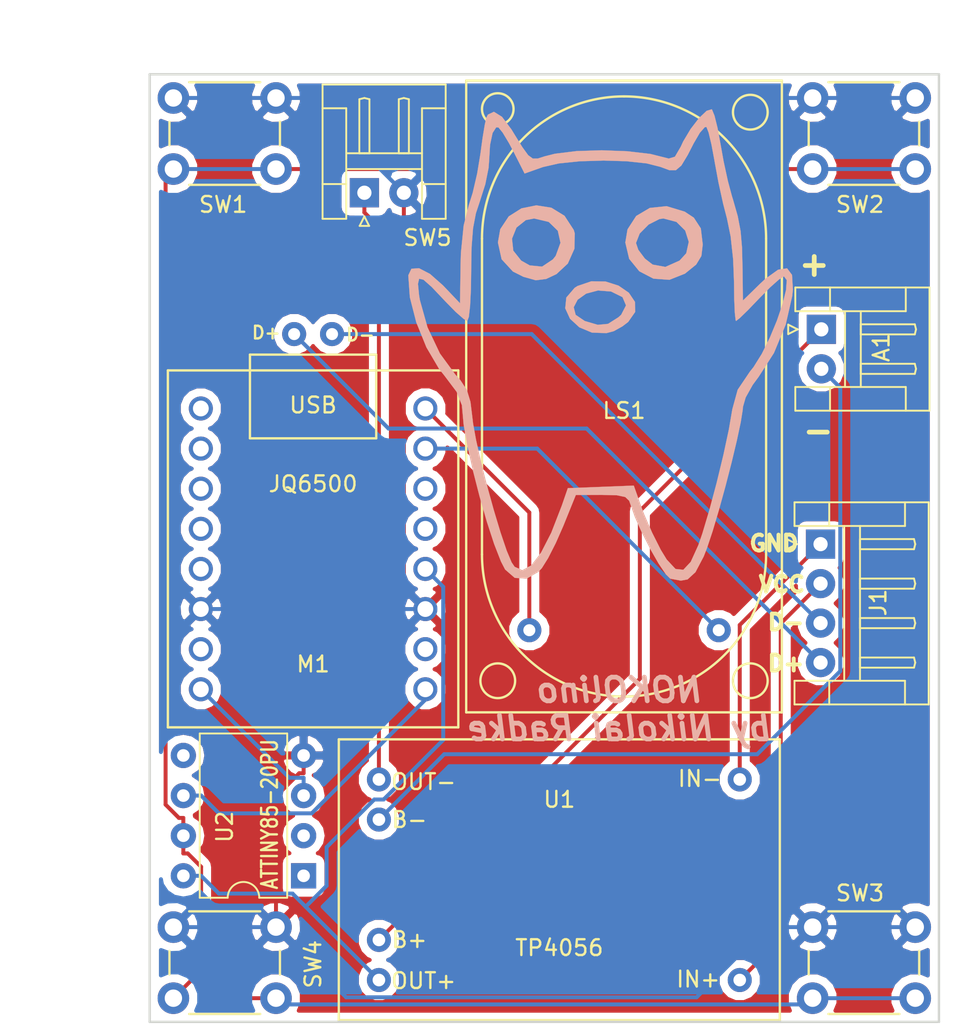
<source format=kicad_pcb>
(kicad_pcb (version 4) (host pcbnew 4.0.6+dfsg1-1)

  (general
    (links 32)
    (no_connects 0)
    (area 123.500001 83.3 184.825 147.725001)
    (thickness 1.6)
    (drawings 13)
    (tracks 85)
    (zones 0)
    (modules 12)
    (nets 27)
  )

  (page A4)
  (layers
    (0 F.Cu signal)
    (31 B.Cu signal)
    (32 B.Adhes user)
    (33 F.Adhes user)
    (34 B.Paste user)
    (35 F.Paste user)
    (36 B.SilkS user)
    (37 F.SilkS user)
    (38 B.Mask user)
    (39 F.Mask user)
    (40 Dwgs.User user)
    (41 Cmts.User user)
    (42 Eco1.User user)
    (43 Eco2.User user)
    (44 Edge.Cuts user)
    (45 Margin user)
    (46 B.CrtYd user)
    (47 F.CrtYd user)
    (48 B.Fab user)
    (49 F.Fab user)
  )

  (setup
    (last_trace_width 0.25)
    (trace_clearance 0.2)
    (zone_clearance 0.508)
    (zone_45_only no)
    (trace_min 0.2)
    (segment_width 0.2)
    (edge_width 0.15)
    (via_size 0.6)
    (via_drill 0.4)
    (via_min_size 0.4)
    (via_min_drill 0.3)
    (uvia_size 0.3)
    (uvia_drill 0.1)
    (uvias_allowed no)
    (uvia_min_size 0.2)
    (uvia_min_drill 0.1)
    (pcb_text_width 0.3)
    (pcb_text_size 1.5 1.5)
    (mod_edge_width 0.15)
    (mod_text_size 1 1)
    (mod_text_width 0.15)
    (pad_size 1.524 1.524)
    (pad_drill 0.762)
    (pad_to_mask_clearance 0.2)
    (aux_axis_origin 0 0)
    (visible_elements FFFFFF7F)
    (pcbplotparams
      (layerselection 0x010fc_80000001)
      (usegerberextensions false)
      (excludeedgelayer true)
      (linewidth 0.100000)
      (plotframeref false)
      (viasonmask false)
      (mode 1)
      (useauxorigin false)
      (hpglpennumber 1)
      (hpglpenspeed 20)
      (hpglpendiameter 15)
      (hpglpenoverlay 2)
      (psnegative false)
      (psa4output false)
      (plotreference true)
      (plotvalue true)
      (plotinvisibletext false)
      (padsonsilk false)
      (subtractmaskfromsilk false)
      (outputformat 1)
      (mirror false)
      (drillshape 0)
      (scaleselection 1)
      (outputdirectory GERBERS/))
  )

  (net 0 "")
  (net 1 "Net-(J1-Pad1)")
  (net 2 "Net-(J1-Pad2)")
  (net 3 "Net-(LS1-Pad1)")
  (net 4 "Net-(LS1-Pad2)")
  (net 5 "Net-(SW1-Pad2)")
  (net 6 GND)
  (net 7 "Net-(SW5-Pad1)")
  (net 8 VCC)
  (net 9 "Net-(U2-Pad1)")
  (net 10 "Net-(U2-Pad5)")
  (net 11 "Net-(U2-Pad2)")
  (net 12 "Net-(M1-Pad9)")
  (net 13 "Net-(M1-Pad8)")
  (net 14 "Net-(M1-Pad10)")
  (net 15 "Net-(M1-Pad13)")
  (net 16 "Net-(M1-Pad14)")
  (net 17 "Net-(M1-Pad7)")
  (net 18 "Net-(M1-Pad5)")
  (net 19 "Net-(M1-Pad4)")
  (net 20 "Net-(M1-Pad3)")
  (net 21 "Net-(M1-Pad2)")
  (net 22 "Net-(M1-Pad1)")
  (net 23 D-)
  (net 24 D+)
  (net 25 "Net-(A1-Pad1)")
  (net 26 "Net-(A1-Pad2)")

  (net_class Default "This is the default net class."
    (clearance 0.2)
    (trace_width 0.25)
    (via_dia 0.6)
    (via_drill 0.4)
    (uvia_dia 0.3)
    (uvia_drill 0.1)
    (add_net D+)
    (add_net D-)
    (add_net GND)
    (add_net "Net-(A1-Pad1)")
    (add_net "Net-(A1-Pad2)")
    (add_net "Net-(J1-Pad1)")
    (add_net "Net-(J1-Pad2)")
    (add_net "Net-(LS1-Pad1)")
    (add_net "Net-(LS1-Pad2)")
    (add_net "Net-(M1-Pad1)")
    (add_net "Net-(M1-Pad10)")
    (add_net "Net-(M1-Pad13)")
    (add_net "Net-(M1-Pad14)")
    (add_net "Net-(M1-Pad2)")
    (add_net "Net-(M1-Pad3)")
    (add_net "Net-(M1-Pad4)")
    (add_net "Net-(M1-Pad5)")
    (add_net "Net-(M1-Pad7)")
    (add_net "Net-(M1-Pad8)")
    (add_net "Net-(M1-Pad9)")
    (add_net "Net-(SW1-Pad2)")
    (add_net "Net-(SW5-Pad1)")
    (add_net "Net-(U2-Pad1)")
    (add_net "Net-(U2-Pad2)")
    (add_net "Net-(U2-Pad5)")
    (add_net VCC)
  )

  (module NOKOlino:K20.40 (layer F.Cu) (tedit 5A61025F) (tstamp 5A6103B7)
    (at 163.25 107.9)
    (descr K20.40)
    (tags Lautsprecher)
    (path /5A5CE1F7)
    (fp_text reference LS1 (at 0 0.9) (layer F.SilkS)
      (effects (font (size 1 1) (thickness 0.15)))
    )
    (fp_text value Speaker (at 0 -0.9) (layer F.Fab)
      (effects (font (size 1 1) (thickness 0.15)))
    )
    (fp_line (start 9 -10) (end 9 10) (layer F.SilkS) (width 0.15))
    (fp_line (start -9 -10) (end -9 10) (layer F.SilkS) (width 0.15))
    (fp_arc (start 0 10) (end 0 19) (angle 90) (layer F.SilkS) (width 0.15))
    (fp_arc (start 0 -10) (end -9 -10) (angle 90) (layer F.SilkS) (width 0.15))
    (fp_arc (start 0 -10) (end 0 -19) (angle 90) (layer F.SilkS) (width 0.15))
    (fp_arc (start 0 10) (end 9 10) (angle 90) (layer F.SilkS) (width 0.15))
    (fp_circle (center 8 18) (end 9.1 18) (layer F.SilkS) (width 0.15))
    (fp_circle (center -8 18) (end -6.9 18) (layer F.SilkS) (width 0.15))
    (fp_circle (center 8 -18) (end 9.1 -18) (layer F.SilkS) (width 0.15))
    (fp_circle (center -8 -18.2) (end -7 -18.2) (layer F.SilkS) (width 0.15))
    (fp_line (start 10 -20) (end -10 -20) (layer F.SilkS) (width 0.15))
    (fp_line (start -10 20) (end 10 20) (layer F.SilkS) (width 0.15))
    (fp_line (start -10 20) (end -10 -20) (layer F.SilkS) (width 0.15))
    (fp_line (start 10 20) (end 10 -20) (layer F.SilkS) (width 0.15))
    (pad 1 thru_hole circle (at -6 14.8) (size 1.524 1.524) (drill 0.762) (layers *.Cu *.Mask)
      (net 3 "Net-(LS1-Pad1)"))
    (pad 2 thru_hole circle (at 6 14.8) (size 1.524 1.524) (drill 0.762) (layers *.Cu *.Mask)
      (net 4 "Net-(LS1-Pad2)"))
  )

  (module Connectors_JST:JST_EH_S02B-EH_02x2.50mm_Angled (layer F.Cu) (tedit 5A6316D1) (tstamp 5A60F84F)
    (at 146.8 95)
    (descr "JST EH series connector, S02B-EH, 2.50mm pitch, side entry")
    (tags "connector jst eh side horizontal angled")
    (path /5A5CC670)
    (fp_text reference SW5 (at 4 2.85) (layer F.SilkS)
      (effects (font (size 1 1) (thickness 0.15)))
    )
    (fp_text value On/Off (at -0.65 2.95) (layer F.Fab)
      (effects (font (size 1 1) (thickness 0.15)))
    )
    (fp_text user %R (at 4 2.85) (layer F.Fab)
      (effects (font (size 1 1) (thickness 0.15)))
    )
    (fp_line (start -2.5 -6.7) (end -2.5 1.5) (layer F.Fab) (width 0.1))
    (fp_line (start -2.5 1.5) (end 5 1.5) (layer F.Fab) (width 0.1))
    (fp_line (start 5 1.5) (end 5 -6.7) (layer F.Fab) (width 0.1))
    (fp_line (start 5 -6.7) (end -2.5 -6.7) (layer F.Fab) (width 0.1))
    (fp_line (start -1.15 -0.55) (end -1.15 1.65) (layer F.SilkS) (width 0.12))
    (fp_line (start -1.15 1.65) (end -2.65 1.65) (layer F.SilkS) (width 0.12))
    (fp_line (start -2.65 1.65) (end -2.65 -6.85) (layer F.SilkS) (width 0.12))
    (fp_line (start -2.65 -6.85) (end 5.15 -6.85) (layer F.SilkS) (width 0.12))
    (fp_line (start 5.15 -6.85) (end 5.15 1.65) (layer F.SilkS) (width 0.12))
    (fp_line (start 5.15 1.65) (end 3.65 1.65) (layer F.SilkS) (width 0.12))
    (fp_line (start 3.65 1.65) (end 3.65 -0.55) (layer F.SilkS) (width 0.12))
    (fp_line (start -2.65 -5.35) (end -1.15 -5.35) (layer F.SilkS) (width 0.12))
    (fp_line (start -1.15 -5.35) (end -1.15 -0.55) (layer F.SilkS) (width 0.12))
    (fp_line (start -1.15 -0.55) (end -2.65 -0.55) (layer F.SilkS) (width 0.12))
    (fp_line (start 5.15 -5.35) (end 3.65 -5.35) (layer F.SilkS) (width 0.12))
    (fp_line (start 3.65 -5.35) (end 3.65 -0.55) (layer F.SilkS) (width 0.12))
    (fp_line (start 3.65 -0.55) (end 5.15 -0.55) (layer F.SilkS) (width 0.12))
    (fp_line (start -1.15 -2.5) (end 3.65 -2.5) (layer F.SilkS) (width 0.12))
    (fp_line (start -1.15 -1.5) (end 3.65 -1.5) (layer F.SilkS) (width 0.12))
    (fp_line (start 0 -2.5) (end -0.32 -2.5) (layer F.SilkS) (width 0.12))
    (fp_line (start -0.32 -2.5) (end -0.32 -5.92) (layer F.SilkS) (width 0.12))
    (fp_line (start -0.32 -5.92) (end 0 -6) (layer F.SilkS) (width 0.12))
    (fp_line (start 0 -6) (end 0.32 -5.92) (layer F.SilkS) (width 0.12))
    (fp_line (start 0.32 -5.92) (end 0.32 -2.5) (layer F.SilkS) (width 0.12))
    (fp_line (start 0.32 -2.5) (end 0 -2.5) (layer F.SilkS) (width 0.12))
    (fp_line (start 2.5 -2.5) (end 2.18 -2.5) (layer F.SilkS) (width 0.12))
    (fp_line (start 2.18 -2.5) (end 2.18 -5.92) (layer F.SilkS) (width 0.12))
    (fp_line (start 2.18 -5.92) (end 2.5 -6) (layer F.SilkS) (width 0.12))
    (fp_line (start 2.5 -6) (end 2.82 -5.92) (layer F.SilkS) (width 0.12))
    (fp_line (start 2.82 -5.92) (end 2.82 -2.5) (layer F.SilkS) (width 0.12))
    (fp_line (start 2.82 -2.5) (end 2.5 -2.5) (layer F.SilkS) (width 0.12))
    (fp_line (start 0 1.5) (end -0.3 2.1) (layer F.SilkS) (width 0.12))
    (fp_line (start -0.3 2.1) (end 0.3 2.1) (layer F.SilkS) (width 0.12))
    (fp_line (start 0.3 2.1) (end 0 1.5) (layer F.SilkS) (width 0.12))
    (fp_line (start 0 1.5) (end -0.3 2.1) (layer F.Fab) (width 0.1))
    (fp_line (start -0.3 2.1) (end 0.3 2.1) (layer F.Fab) (width 0.1))
    (fp_line (start 0.3 2.1) (end 0 1.5) (layer F.Fab) (width 0.1))
    (fp_line (start -3.15 -7.35) (end -3.15 2.15) (layer F.CrtYd) (width 0.05))
    (fp_line (start -3.15 2.15) (end 5.65 2.15) (layer F.CrtYd) (width 0.05))
    (fp_line (start 5.65 2.15) (end 5.65 -7.35) (layer F.CrtYd) (width 0.05))
    (fp_line (start 5.65 -7.35) (end -3.15 -7.35) (layer F.CrtYd) (width 0.05))
    (pad 1 thru_hole rect (at 0 0) (size 1.85 1.85) (drill 0.9) (layers *.Cu *.Mask)
      (net 7 "Net-(SW5-Pad1)"))
    (pad 2 thru_hole circle (at 2.5 0) (size 1.85 1.85) (drill 0.9) (layers *.Cu *.Mask)
      (net 6 GND))
    (model ../../../../../home/stoth05/Dokumente/NOKOlino/Crayfish-NOKOlino/NOKOlino/schematics/kicad/packages3d/Connectors_JST.3dshapes/JST_EH_S02B-EH_02x2.50mm_Angled.wrl
      (at (xyz 0 0 0))
      (scale (xyz 1 1 1))
      (rotate (xyz 0 0 0))
    )
  )

  (module NOKOlino:TP4056-Protect (layer F.Cu) (tedit 5A5E0651) (tstamp 5A5CDC9D)
    (at 159.15 138.5 180)
    (path /5A5CC850)
    (fp_text reference U1 (at 0 5.08 180) (layer F.SilkS)
      (effects (font (size 1 1) (thickness 0.15)))
    )
    (fp_text value TP4056 (at 0 -4.31 180) (layer F.SilkS)
      (effects (font (size 1 1) (thickness 0.15)))
    )
    (fp_text user OUT- (at 8.6 6.2 180) (layer F.SilkS)
      (effects (font (size 1 1) (thickness 0.15)))
    )
    (fp_text user B- (at 9.5 3.8 180) (layer F.SilkS)
      (effects (font (size 1 1) (thickness 0.15)))
    )
    (fp_text user B+ (at 9.5 -3.8 180) (layer F.SilkS)
      (effects (font (size 1 1) (thickness 0.15)))
    )
    (fp_text user OUT+ (at 8.6 -6.4 180) (layer F.SilkS)
      (effects (font (size 1 1) (thickness 0.15)))
    )
    (fp_text user IN- (at -8.9 6.4 180) (layer F.SilkS)
      (effects (font (size 1 1) (thickness 0.15)))
    )
    (fp_text user IN+ (at -8.8 -6.3 180) (layer F.SilkS)
      (effects (font (size 1 1) (thickness 0.15)))
    )
    (fp_line (start -13.97 -8.89) (end -13.97 8.89) (layer F.SilkS) (width 0.15))
    (fp_line (start 13.97 -8.89) (end 13.97 8.89) (layer F.SilkS) (width 0.15))
    (fp_line (start -13.97 -8.89) (end 13.97 -8.89) (layer F.SilkS) (width 0.15))
    (fp_line (start 13.97 8.89) (end -13.97 8.89) (layer F.SilkS) (width 0.15))
    (pad 4 thru_hole circle (at 11.43 -3.81 180) (size 1.524 1.524) (drill 0.8) (layers *.Cu *.Mask)
      (net 25 "Net-(A1-Pad1)"))
    (pad 5 thru_hole circle (at 11.43 3.81 180) (size 1.524 1.524) (drill 0.8) (layers *.Cu *.Mask)
      (net 26 "Net-(A1-Pad2)"))
    (pad 6 thru_hole circle (at 11.43 6.35 180) (size 1.524 1.524) (drill 0.8) (layers *.Cu *.Mask)
      (net 7 "Net-(SW5-Pad1)"))
    (pad 3 thru_hole circle (at 11.43 -6.35 180) (size 1.524 1.524) (drill 0.8) (layers *.Cu *.Mask)
      (net 8 VCC))
    (pad 2 thru_hole circle (at -11.43 6.35 180) (size 1.524 1.524) (drill 0.8) (layers *.Cu *.Mask)
      (net 1 "Net-(J1-Pad1)"))
    (pad 1 thru_hole circle (at -11.43 -6.35 180) (size 1.524 1.524) (drill 0.8) (layers *.Cu *.Mask)
      (net 2 "Net-(J1-Pad2)"))
  )

  (module Housings_DIP:DIP-8_W7.62mm (layer F.Cu) (tedit 5A5E081A) (tstamp 5A5CDCA9)
    (at 142.95 138.25 180)
    (descr "8-lead dip package, row spacing 7.62 mm (300 mils)")
    (tags "DIL DIP PDIP 2.54mm 7.62mm 300mil")
    (path /5A5C9C69)
    (fp_text reference U2 (at 5 3.1 270) (layer F.SilkS)
      (effects (font (size 1 1) (thickness 0.15)))
    )
    (fp_text value ATTINY85-20PU (at 2.15 3.9 270) (layer F.SilkS)
      (effects (font (size 1 0.8) (thickness 0.15)))
    )
    (fp_arc (start 3.81 -1.39) (end 2.81 -1.39) (angle -180) (layer F.SilkS) (width 0.12))
    (fp_line (start 1.635 -1.27) (end 6.985 -1.27) (layer F.Fab) (width 0.1))
    (fp_line (start 6.985 -1.27) (end 6.985 8.89) (layer F.Fab) (width 0.1))
    (fp_line (start 6.985 8.89) (end 0.635 8.89) (layer F.Fab) (width 0.1))
    (fp_line (start 0.635 8.89) (end 0.635 -0.27) (layer F.Fab) (width 0.1))
    (fp_line (start 0.635 -0.27) (end 1.635 -1.27) (layer F.Fab) (width 0.1))
    (fp_line (start 2.81 -1.39) (end 1.04 -1.39) (layer F.SilkS) (width 0.12))
    (fp_line (start 1.04 -1.39) (end 1.04 9.01) (layer F.SilkS) (width 0.12))
    (fp_line (start 1.04 9.01) (end 6.58 9.01) (layer F.SilkS) (width 0.12))
    (fp_line (start 6.58 9.01) (end 6.58 -1.39) (layer F.SilkS) (width 0.12))
    (fp_line (start 6.58 -1.39) (end 4.81 -1.39) (layer F.SilkS) (width 0.12))
    (fp_line (start -1.1 -1.6) (end -1.1 9.2) (layer F.CrtYd) (width 0.05))
    (fp_line (start -1.1 9.2) (end 8.7 9.2) (layer F.CrtYd) (width 0.05))
    (fp_line (start 8.7 9.2) (end 8.7 -1.6) (layer F.CrtYd) (width 0.05))
    (fp_line (start 8.7 -1.6) (end -1.1 -1.6) (layer F.CrtYd) (width 0.05))
    (pad 1 thru_hole rect (at 0 0 180) (size 1.6 1.6) (drill 0.8) (layers *.Cu *.Mask)
      (net 9 "Net-(U2-Pad1)"))
    (pad 5 thru_hole oval (at 7.62 7.62 180) (size 1.6 1.6) (drill 0.8) (layers *.Cu *.Mask)
      (net 10 "Net-(U2-Pad5)"))
    (pad 2 thru_hole oval (at 0 2.54 180) (size 1.6 1.6) (drill 0.8) (layers *.Cu *.Mask)
      (net 11 "Net-(U2-Pad2)"))
    (pad 6 thru_hole oval (at 7.62 5.08 180) (size 1.6 1.6) (drill 0.8) (layers *.Cu *.Mask)
      (net 12 "Net-(M1-Pad9)"))
    (pad 3 thru_hole oval (at 0 5.08 180) (size 1.6 1.6) (drill 0.8) (layers *.Cu *.Mask)
      (net 13 "Net-(M1-Pad8)"))
    (pad 7 thru_hole oval (at 7.62 2.54 180) (size 1.6 1.6) (drill 0.8) (layers *.Cu *.Mask)
      (net 5 "Net-(SW1-Pad2)"))
    (pad 4 thru_hole oval (at 0 7.62 180) (size 1.6 1.6) (drill 0.8) (layers *.Cu *.Mask)
      (net 6 GND))
    (pad 8 thru_hole oval (at 7.62 0 180) (size 1.6 1.6) (drill 0.8) (layers *.Cu *.Mask)
      (net 8 VCC))
    (model Housings_DIP.3dshapes/DIP-8_W7.62mm.wrl
      (at (xyz 0 0 0))
      (scale (xyz 1 1 1))
      (rotate (xyz 0 0 0))
    )
  )

  (module NOKOlino:JQ6500-16p (layer F.Cu) (tedit 5A5E0659) (tstamp 5A5E00FB)
    (at 143.55 117.55)
    (path /5A5CC541)
    (fp_text reference M1 (at 0 7.3) (layer F.SilkS)
      (effects (font (size 1 1) (thickness 0.15)))
    )
    (fp_text value JQ6500 (at 0 -4.11) (layer F.SilkS)
      (effects (font (size 1 1) (thickness 0.15)))
    )
    (fp_text user D+ (at -2.97 -13.69) (layer F.SilkS)
      (effects (font (size 0.8 0.8) (thickness 0.15)))
    )
    (fp_text user D- (at 3 -13.56) (layer F.SilkS)
      (effects (font (size 0.8 0.8) (thickness 0.15)))
    )
    (fp_text user USB (at 0 -9.1) (layer F.SilkS)
      (effects (font (size 1 1) (thickness 0.15)))
    )
    (fp_line (start 0 -12.3) (end -4 -12.3) (layer F.SilkS) (width 0.15))
    (fp_line (start -4 -12.3) (end -4 -7) (layer F.SilkS) (width 0.15))
    (fp_line (start -4 -7) (end 4 -7) (layer F.SilkS) (width 0.15))
    (fp_line (start 4 -7) (end 4 -12.3) (layer F.SilkS) (width 0.15))
    (fp_line (start 4 -12.3) (end 0 -12.3) (layer F.SilkS) (width 0.15))
    (fp_line (start -9.2 -11.3) (end 9.2 -11.3) (layer F.SilkS) (width 0.15))
    (fp_line (start 9.2 -11.3) (end 9.2 11.3) (layer F.SilkS) (width 0.15))
    (fp_line (start -9.2 -11.3) (end -9.2 11.3) (layer F.SilkS) (width 0.15))
    (fp_line (start -9.2 11.3) (end 9.2 11.3) (layer F.SilkS) (width 0.15))
    (pad 9 thru_hole circle (at 7.112 8.89) (size 1.524 1.524) (drill 1) (layers *.Cu *.Mask)
      (net 12 "Net-(M1-Pad9)"))
    (pad 10 thru_hole circle (at 7.112 6.35) (size 1.524 1.524) (drill 1) (layers *.Cu *.Mask)
      (net 14 "Net-(M1-Pad10)"))
    (pad 11 thru_hole circle (at 7.112 3.81) (size 1.524 1.524) (drill 1) (layers *.Cu *.Mask)
      (net 6 GND))
    (pad 12 thru_hole circle (at 7.112 1.27) (size 1.524 1.524) (drill 1) (layers *.Cu *.Mask)
      (net 8 VCC))
    (pad 13 thru_hole circle (at 7.112 -1.27) (size 1.524 1.524) (drill 1) (layers *.Cu *.Mask)
      (net 15 "Net-(M1-Pad13)"))
    (pad 14 thru_hole circle (at 7.112 -3.81) (size 1.524 1.524) (drill 1) (layers *.Cu *.Mask)
      (net 16 "Net-(M1-Pad14)"))
    (pad 15 thru_hole circle (at 7.112 -6.35) (size 1.524 1.524) (drill 1) (layers *.Cu *.Mask)
      (net 4 "Net-(LS1-Pad2)"))
    (pad 16 thru_hole circle (at 7.112 -8.89) (size 1.524 1.524) (drill 1) (layers *.Cu *.Mask)
      (net 3 "Net-(LS1-Pad1)"))
    (pad 8 thru_hole circle (at -7.112 8.89) (size 1.524 1.524) (drill 1) (layers *.Cu *.Mask)
      (net 13 "Net-(M1-Pad8)"))
    (pad 7 thru_hole circle (at -7.112 6.35) (size 1.524 1.524) (drill 1) (layers *.Cu *.Mask)
      (net 17 "Net-(M1-Pad7)"))
    (pad 6 thru_hole circle (at -7.112 3.81) (size 1.524 1.524) (drill 1) (layers *.Cu *.Mask)
      (net 6 GND))
    (pad 5 thru_hole circle (at -7.112 1.27) (size 1.524 1.524) (drill 1) (layers *.Cu *.Mask)
      (net 18 "Net-(M1-Pad5)"))
    (pad 4 thru_hole circle (at -7.112 -1.27) (size 1.524 1.524) (drill 1) (layers *.Cu *.Mask)
      (net 19 "Net-(M1-Pad4)"))
    (pad 3 thru_hole circle (at -7.112 -3.81) (size 1.524 1.524) (drill 1) (layers *.Cu *.Mask)
      (net 20 "Net-(M1-Pad3)"))
    (pad 2 thru_hole circle (at -7.112 -6.35) (size 1.524 1.524) (drill 1) (layers *.Cu *.Mask)
      (net 21 "Net-(M1-Pad2)"))
    (pad 1 thru_hole circle (at -7.112 -8.89) (size 1.524 1.524) (drill 1) (layers *.Cu *.Mask)
      (net 22 "Net-(M1-Pad1)"))
    (pad 17 thru_hole circle (at 1.2 -13.6) (size 1.524 1.524) (drill 0.762) (layers *.Cu *.Mask)
      (net 23 D-))
    (pad 18 thru_hole circle (at -1.2 -13.6) (size 1.524 1.524) (drill 0.762) (layers *.Cu *.Mask)
      (net 24 D+))
  )

  (module Buttons_Switches_THT:SW_PUSH_6mm_h13mm (layer F.Cu) (tedit 5A5E0501) (tstamp 5A5E0546)
    (at 134.7 89)
    (descr "tactile push button, 6x6mm e.g. PHAP33xx series, height=13mm")
    (tags "tact sw push 6mm")
    (path /5A5C9A74)
    (fp_text reference SW1 (at 3.15 6.75) (layer F.SilkS)
      (effects (font (size 1 1) (thickness 0.15)))
    )
    (fp_text value SW1 (at 3.15 6.75) (layer F.Fab)
      (effects (font (size 1 1) (thickness 0.15)))
    )
    (fp_line (start 3.25 -0.75) (end 6.25 -0.75) (layer F.Fab) (width 0.1))
    (fp_line (start 6.25 -0.75) (end 6.25 5.25) (layer F.Fab) (width 0.1))
    (fp_line (start 6.25 5.25) (end 0.25 5.25) (layer F.Fab) (width 0.1))
    (fp_line (start 0.25 5.25) (end 0.25 -0.75) (layer F.Fab) (width 0.1))
    (fp_line (start 0.25 -0.75) (end 3.25 -0.75) (layer F.Fab) (width 0.1))
    (fp_line (start 7.75 6) (end 8 6) (layer F.CrtYd) (width 0.05))
    (fp_line (start 8 6) (end 8 5.75) (layer F.CrtYd) (width 0.05))
    (fp_line (start 7.75 -1.5) (end 8 -1.5) (layer F.CrtYd) (width 0.05))
    (fp_line (start 8 -1.5) (end 8 -1.25) (layer F.CrtYd) (width 0.05))
    (fp_line (start -1.5 -1.25) (end -1.5 -1.5) (layer F.CrtYd) (width 0.05))
    (fp_line (start -1.5 -1.5) (end -1.25 -1.5) (layer F.CrtYd) (width 0.05))
    (fp_line (start -1.5 5.75) (end -1.5 6) (layer F.CrtYd) (width 0.05))
    (fp_line (start -1.5 6) (end -1.25 6) (layer F.CrtYd) (width 0.05))
    (fp_line (start -1.25 -1.5) (end 7.75 -1.5) (layer F.CrtYd) (width 0.05))
    (fp_line (start -1.5 5.75) (end -1.5 -1.25) (layer F.CrtYd) (width 0.05))
    (fp_line (start 7.75 6) (end -1.25 6) (layer F.CrtYd) (width 0.05))
    (fp_line (start 8 -1.25) (end 8 5.75) (layer F.CrtYd) (width 0.05))
    (fp_line (start 1 5.5) (end 5.5 5.5) (layer F.SilkS) (width 0.15))
    (fp_line (start -0.25 1.5) (end -0.25 3) (layer F.SilkS) (width 0.15))
    (fp_line (start 5.5 -1) (end 1 -1) (layer F.SilkS) (width 0.15))
    (fp_line (start 6.75 3) (end 6.75 1.5) (layer F.SilkS) (width 0.15))
    (fp_circle (center 3.25 2.25) (end 1.25 2.5) (layer F.Fab) (width 0.1))
    (pad 2 thru_hole circle (at 0 4.5 90) (size 2 2) (drill 1.1) (layers *.Cu *.Mask)
      (net 5 "Net-(SW1-Pad2)"))
    (pad 1 thru_hole circle (at 0 0 90) (size 2 2) (drill 1.1) (layers *.Cu *.Mask)
      (net 6 GND))
    (pad 2 thru_hole circle (at 6.5 4.5 90) (size 2 2) (drill 1.1) (layers *.Cu *.Mask)
      (net 5 "Net-(SW1-Pad2)"))
    (pad 1 thru_hole circle (at 6.5 0 90) (size 2 2) (drill 1.1) (layers *.Cu *.Mask)
      (net 6 GND))
    (model Buttons_Switches_THT.3dshapes/SW_PUSH_6mm_h13mm.wrl
      (at (xyz 0.005 0 0))
      (scale (xyz 0.3937 0.3937 0.3937))
      (rotate (xyz 0 0 0))
    )
  )

  (module Buttons_Switches_THT:SW_PUSH_6mm_h13mm (layer F.Cu) (tedit 5A631697) (tstamp 5A5E054E)
    (at 175.2 89)
    (descr "tactile push button, 6x6mm e.g. PHAP33xx series, height=13mm")
    (tags "tact sw push 6mm")
    (path /5A5C9B65)
    (fp_text reference SW2 (at 3 6.75 180) (layer F.SilkS)
      (effects (font (size 1 1) (thickness 0.15)))
    )
    (fp_text value SW2 (at 3 6.75 180) (layer F.Fab)
      (effects (font (size 1 1) (thickness 0.15)))
    )
    (fp_line (start 3.25 -0.75) (end 6.25 -0.75) (layer F.Fab) (width 0.1))
    (fp_line (start 6.25 -0.75) (end 6.25 5.25) (layer F.Fab) (width 0.1))
    (fp_line (start 6.25 5.25) (end 0.25 5.25) (layer F.Fab) (width 0.1))
    (fp_line (start 0.25 5.25) (end 0.25 -0.75) (layer F.Fab) (width 0.1))
    (fp_line (start 0.25 -0.75) (end 3.25 -0.75) (layer F.Fab) (width 0.1))
    (fp_line (start 7.75 6) (end 8 6) (layer F.CrtYd) (width 0.05))
    (fp_line (start 8 6) (end 8 5.75) (layer F.CrtYd) (width 0.05))
    (fp_line (start 7.75 -1.5) (end 8 -1.5) (layer F.CrtYd) (width 0.05))
    (fp_line (start 8 -1.5) (end 8 -1.25) (layer F.CrtYd) (width 0.05))
    (fp_line (start -1.5 -1.25) (end -1.5 -1.5) (layer F.CrtYd) (width 0.05))
    (fp_line (start -1.5 -1.5) (end -1.25 -1.5) (layer F.CrtYd) (width 0.05))
    (fp_line (start -1.5 5.75) (end -1.5 6) (layer F.CrtYd) (width 0.05))
    (fp_line (start -1.5 6) (end -1.25 6) (layer F.CrtYd) (width 0.05))
    (fp_line (start -1.25 -1.5) (end 7.75 -1.5) (layer F.CrtYd) (width 0.05))
    (fp_line (start -1.5 5.75) (end -1.5 -1.25) (layer F.CrtYd) (width 0.05))
    (fp_line (start 7.75 6) (end -1.25 6) (layer F.CrtYd) (width 0.05))
    (fp_line (start 8 -1.25) (end 8 5.75) (layer F.CrtYd) (width 0.05))
    (fp_line (start 1 5.5) (end 5.5 5.5) (layer F.SilkS) (width 0.15))
    (fp_line (start -0.25 1.5) (end -0.25 3) (layer F.SilkS) (width 0.15))
    (fp_line (start 5.5 -1) (end 1 -1) (layer F.SilkS) (width 0.15))
    (fp_line (start 6.75 3) (end 6.75 1.5) (layer F.SilkS) (width 0.15))
    (fp_circle (center 3.25 2.25) (end 1.25 2.5) (layer F.Fab) (width 0.1))
    (pad 2 thru_hole circle (at 0 4.5 90) (size 2 2) (drill 1.1) (layers *.Cu *.Mask)
      (net 5 "Net-(SW1-Pad2)"))
    (pad 1 thru_hole circle (at 0 0 90) (size 2 2) (drill 1.1) (layers *.Cu *.Mask)
      (net 6 GND))
    (pad 2 thru_hole circle (at 6.5 4.5 90) (size 2 2) (drill 1.1) (layers *.Cu *.Mask)
      (net 5 "Net-(SW1-Pad2)"))
    (pad 1 thru_hole circle (at 6.5 0 90) (size 2 2) (drill 1.1) (layers *.Cu *.Mask)
      (net 6 GND))
    (model Buttons_Switches_THT.3dshapes/SW_PUSH_6mm_h13mm.wrl
      (at (xyz 0.005 0 0))
      (scale (xyz 0.3937 0.3937 0.3937))
      (rotate (xyz 0 0 0))
    )
  )

  (module Buttons_Switches_THT:SW_PUSH_6mm_h13mm (layer F.Cu) (tedit 5A6316A5) (tstamp 5A5E0556)
    (at 175.2 141.5)
    (descr "tactile push button, 6x6mm e.g. PHAP33xx series, height=13mm")
    (tags "tact sw push 6mm")
    (path /5A5C9BA0)
    (fp_text reference SW3 (at 3 -2.15) (layer F.SilkS)
      (effects (font (size 1 1) (thickness 0.15)))
    )
    (fp_text value SW3 (at 3 -2.15) (layer F.Fab)
      (effects (font (size 1 1) (thickness 0.15)))
    )
    (fp_line (start 3.25 -0.75) (end 6.25 -0.75) (layer F.Fab) (width 0.1))
    (fp_line (start 6.25 -0.75) (end 6.25 5.25) (layer F.Fab) (width 0.1))
    (fp_line (start 6.25 5.25) (end 0.25 5.25) (layer F.Fab) (width 0.1))
    (fp_line (start 0.25 5.25) (end 0.25 -0.75) (layer F.Fab) (width 0.1))
    (fp_line (start 0.25 -0.75) (end 3.25 -0.75) (layer F.Fab) (width 0.1))
    (fp_line (start 7.75 6) (end 8 6) (layer F.CrtYd) (width 0.05))
    (fp_line (start 8 6) (end 8 5.75) (layer F.CrtYd) (width 0.05))
    (fp_line (start 7.75 -1.5) (end 8 -1.5) (layer F.CrtYd) (width 0.05))
    (fp_line (start 8 -1.5) (end 8 -1.25) (layer F.CrtYd) (width 0.05))
    (fp_line (start -1.5 -1.25) (end -1.5 -1.5) (layer F.CrtYd) (width 0.05))
    (fp_line (start -1.5 -1.5) (end -1.25 -1.5) (layer F.CrtYd) (width 0.05))
    (fp_line (start -1.5 5.75) (end -1.5 6) (layer F.CrtYd) (width 0.05))
    (fp_line (start -1.5 6) (end -1.25 6) (layer F.CrtYd) (width 0.05))
    (fp_line (start -1.25 -1.5) (end 7.75 -1.5) (layer F.CrtYd) (width 0.05))
    (fp_line (start -1.5 5.75) (end -1.5 -1.25) (layer F.CrtYd) (width 0.05))
    (fp_line (start 7.75 6) (end -1.25 6) (layer F.CrtYd) (width 0.05))
    (fp_line (start 8 -1.25) (end 8 5.75) (layer F.CrtYd) (width 0.05))
    (fp_line (start 1 5.5) (end 5.5 5.5) (layer F.SilkS) (width 0.15))
    (fp_line (start -0.25 1.5) (end -0.25 3) (layer F.SilkS) (width 0.15))
    (fp_line (start 5.5 -1) (end 1 -1) (layer F.SilkS) (width 0.15))
    (fp_line (start 6.75 3) (end 6.75 1.5) (layer F.SilkS) (width 0.15))
    (fp_circle (center 3.25 2.25) (end 1.25 2.5) (layer F.Fab) (width 0.1))
    (pad 2 thru_hole circle (at 0 4.5 90) (size 2 2) (drill 1.1) (layers *.Cu *.Mask)
      (net 5 "Net-(SW1-Pad2)"))
    (pad 1 thru_hole circle (at 0 0 90) (size 2 2) (drill 1.1) (layers *.Cu *.Mask)
      (net 6 GND))
    (pad 2 thru_hole circle (at 6.5 4.5 90) (size 2 2) (drill 1.1) (layers *.Cu *.Mask)
      (net 5 "Net-(SW1-Pad2)"))
    (pad 1 thru_hole circle (at 6.5 0 90) (size 2 2) (drill 1.1) (layers *.Cu *.Mask)
      (net 6 GND))
    (model Buttons_Switches_THT.3dshapes/SW_PUSH_6mm_h13mm.wrl
      (at (xyz 0.005 0 0))
      (scale (xyz 0.3937 0.3937 0.3937))
      (rotate (xyz 0 0 0))
    )
  )

  (module Buttons_Switches_THT:SW_PUSH_6mm_h13mm (layer F.Cu) (tedit 5A631771) (tstamp 5A5E055E)
    (at 134.7 141.5)
    (descr "tactile push button, 6x6mm e.g. PHAP33xx series, height=13mm")
    (tags "tact sw push 6mm")
    (path /5A5C9BD0)
    (fp_text reference SW4 (at 8.85 2.35 90) (layer F.SilkS)
      (effects (font (size 1 1) (thickness 0.15)))
    )
    (fp_text value SW4 (at 8.85 2.35 90) (layer F.Fab)
      (effects (font (size 1 1) (thickness 0.15)))
    )
    (fp_line (start 3.25 -0.75) (end 6.25 -0.75) (layer F.Fab) (width 0.1))
    (fp_line (start 6.25 -0.75) (end 6.25 5.25) (layer F.Fab) (width 0.1))
    (fp_line (start 6.25 5.25) (end 0.25 5.25) (layer F.Fab) (width 0.1))
    (fp_line (start 0.25 5.25) (end 0.25 -0.75) (layer F.Fab) (width 0.1))
    (fp_line (start 0.25 -0.75) (end 3.25 -0.75) (layer F.Fab) (width 0.1))
    (fp_line (start 7.75 6) (end 8 6) (layer F.CrtYd) (width 0.05))
    (fp_line (start 8 6) (end 8 5.75) (layer F.CrtYd) (width 0.05))
    (fp_line (start 7.75 -1.5) (end 8 -1.5) (layer F.CrtYd) (width 0.05))
    (fp_line (start 8 -1.5) (end 8 -1.25) (layer F.CrtYd) (width 0.05))
    (fp_line (start -1.5 -1.25) (end -1.5 -1.5) (layer F.CrtYd) (width 0.05))
    (fp_line (start -1.5 -1.5) (end -1.25 -1.5) (layer F.CrtYd) (width 0.05))
    (fp_line (start -1.5 5.75) (end -1.5 6) (layer F.CrtYd) (width 0.05))
    (fp_line (start -1.5 6) (end -1.25 6) (layer F.CrtYd) (width 0.05))
    (fp_line (start -1.25 -1.5) (end 7.75 -1.5) (layer F.CrtYd) (width 0.05))
    (fp_line (start -1.5 5.75) (end -1.5 -1.25) (layer F.CrtYd) (width 0.05))
    (fp_line (start 7.75 6) (end -1.25 6) (layer F.CrtYd) (width 0.05))
    (fp_line (start 8 -1.25) (end 8 5.75) (layer F.CrtYd) (width 0.05))
    (fp_line (start 1 5.5) (end 5.5 5.5) (layer F.SilkS) (width 0.15))
    (fp_line (start -0.25 1.5) (end -0.25 3) (layer F.SilkS) (width 0.15))
    (fp_line (start 5.5 -1) (end 1 -1) (layer F.SilkS) (width 0.15))
    (fp_line (start 6.75 3) (end 6.75 1.5) (layer F.SilkS) (width 0.15))
    (fp_circle (center 3.25 2.25) (end 1.25 2.5) (layer F.Fab) (width 0.1))
    (pad 2 thru_hole circle (at 0 4.5 90) (size 2 2) (drill 1.1) (layers *.Cu *.Mask)
      (net 5 "Net-(SW1-Pad2)"))
    (pad 1 thru_hole circle (at 0 0 90) (size 2 2) (drill 1.1) (layers *.Cu *.Mask)
      (net 6 GND))
    (pad 2 thru_hole circle (at 6.5 4.5 90) (size 2 2) (drill 1.1) (layers *.Cu *.Mask)
      (net 5 "Net-(SW1-Pad2)"))
    (pad 1 thru_hole circle (at 6.5 0 90) (size 2 2) (drill 1.1) (layers *.Cu *.Mask)
      (net 6 GND))
    (model Buttons_Switches_THT.3dshapes/SW_PUSH_6mm_h13mm.wrl
      (at (xyz 0.005 0 0))
      (scale (xyz 0.3937 0.3937 0.3937))
      (rotate (xyz 0 0 0))
    )
  )

  (module Connectors_JST:JST_EH_S02B-EH_02x2.50mm_Angled (layer F.Cu) (tedit 5A610399) (tstamp 5A60F83B)
    (at 175.75 103.65 270)
    (descr "JST EH series connector, S02B-EH, 2.50mm pitch, side entry")
    (tags "connector jst eh side horizontal angled")
    (path /5A5CC6C1)
    (fp_text reference A1 (at 1.15 -3.8 270) (layer F.SilkS)
      (effects (font (size 1 1) (thickness 0.15)))
    )
    (fp_text value Akku (at 1.25 -8 270) (layer F.Fab)
      (effects (font (size 1 1) (thickness 0.15)))
    )
    (fp_text user %R (at 1.15 -3.8 270) (layer F.Fab)
      (effects (font (size 1 1) (thickness 0.15)))
    )
    (fp_line (start -2.5 -6.7) (end -2.5 1.5) (layer F.Fab) (width 0.1))
    (fp_line (start -2.5 1.5) (end 5 1.5) (layer F.Fab) (width 0.1))
    (fp_line (start 5 1.5) (end 5 -6.7) (layer F.Fab) (width 0.1))
    (fp_line (start 5 -6.7) (end -2.5 -6.7) (layer F.Fab) (width 0.1))
    (fp_line (start -1.15 -0.55) (end -1.15 1.65) (layer F.SilkS) (width 0.12))
    (fp_line (start -1.15 1.65) (end -2.65 1.65) (layer F.SilkS) (width 0.12))
    (fp_line (start -2.65 1.65) (end -2.65 -6.85) (layer F.SilkS) (width 0.12))
    (fp_line (start -2.65 -6.85) (end 5.15 -6.85) (layer F.SilkS) (width 0.12))
    (fp_line (start 5.15 -6.85) (end 5.15 1.65) (layer F.SilkS) (width 0.12))
    (fp_line (start 5.15 1.65) (end 3.65 1.65) (layer F.SilkS) (width 0.12))
    (fp_line (start 3.65 1.65) (end 3.65 -0.55) (layer F.SilkS) (width 0.12))
    (fp_line (start -2.65 -5.35) (end -1.15 -5.35) (layer F.SilkS) (width 0.12))
    (fp_line (start -1.15 -5.35) (end -1.15 -0.55) (layer F.SilkS) (width 0.12))
    (fp_line (start -1.15 -0.55) (end -2.65 -0.55) (layer F.SilkS) (width 0.12))
    (fp_line (start 5.15 -5.35) (end 3.65 -5.35) (layer F.SilkS) (width 0.12))
    (fp_line (start 3.65 -5.35) (end 3.65 -0.55) (layer F.SilkS) (width 0.12))
    (fp_line (start 3.65 -0.55) (end 5.15 -0.55) (layer F.SilkS) (width 0.12))
    (fp_line (start -1.15 -2.5) (end 3.65 -2.5) (layer F.SilkS) (width 0.12))
    (fp_line (start -1.15 -1.5) (end 3.65 -1.5) (layer F.SilkS) (width 0.12))
    (fp_line (start 0 -2.5) (end -0.32 -2.5) (layer F.SilkS) (width 0.12))
    (fp_line (start -0.32 -2.5) (end -0.32 -5.92) (layer F.SilkS) (width 0.12))
    (fp_line (start -0.32 -5.92) (end 0 -6) (layer F.SilkS) (width 0.12))
    (fp_line (start 0 -6) (end 0.32 -5.92) (layer F.SilkS) (width 0.12))
    (fp_line (start 0.32 -5.92) (end 0.32 -2.5) (layer F.SilkS) (width 0.12))
    (fp_line (start 0.32 -2.5) (end 0 -2.5) (layer F.SilkS) (width 0.12))
    (fp_line (start 2.5 -2.5) (end 2.18 -2.5) (layer F.SilkS) (width 0.12))
    (fp_line (start 2.18 -2.5) (end 2.18 -5.92) (layer F.SilkS) (width 0.12))
    (fp_line (start 2.18 -5.92) (end 2.5 -6) (layer F.SilkS) (width 0.12))
    (fp_line (start 2.5 -6) (end 2.82 -5.92) (layer F.SilkS) (width 0.12))
    (fp_line (start 2.82 -5.92) (end 2.82 -2.5) (layer F.SilkS) (width 0.12))
    (fp_line (start 2.82 -2.5) (end 2.5 -2.5) (layer F.SilkS) (width 0.12))
    (fp_line (start 0 1.5) (end -0.3 2.1) (layer F.SilkS) (width 0.12))
    (fp_line (start -0.3 2.1) (end 0.3 2.1) (layer F.SilkS) (width 0.12))
    (fp_line (start 0.3 2.1) (end 0 1.5) (layer F.SilkS) (width 0.12))
    (fp_line (start 0 1.5) (end -0.3 2.1) (layer F.Fab) (width 0.1))
    (fp_line (start -0.3 2.1) (end 0.3 2.1) (layer F.Fab) (width 0.1))
    (fp_line (start 0.3 2.1) (end 0 1.5) (layer F.Fab) (width 0.1))
    (fp_line (start -3.15 -7.35) (end -3.15 2.15) (layer F.CrtYd) (width 0.05))
    (fp_line (start -3.15 2.15) (end 5.65 2.15) (layer F.CrtYd) (width 0.05))
    (fp_line (start 5.65 2.15) (end 5.65 -7.35) (layer F.CrtYd) (width 0.05))
    (fp_line (start 5.65 -7.35) (end -3.15 -7.35) (layer F.CrtYd) (width 0.05))
    (pad 1 thru_hole rect (at 0 0 270) (size 1.85 1.85) (drill 0.9) (layers *.Cu *.Mask)
      (net 25 "Net-(A1-Pad1)"))
    (pad 2 thru_hole circle (at 2.5 0 270) (size 1.85 1.85) (drill 0.9) (layers *.Cu *.Mask)
      (net 26 "Net-(A1-Pad2)"))
    (model Connectors_JST.3dshapes/JST_EH_S02B-EH_02x2.50mm_Angled.wrl
      (at (xyz 0 0 0))
      (scale (xyz 1 1 1))
      (rotate (xyz 0 0 0))
    )
    (model ../../../../../home/stoth05/kicad-library/modules/packages3d/Connectors_JST.3dshapes/JST_EH_S02B-EH_02x2.50mm_Angled.wrl
      (at (xyz 0 0 0))
      (scale (xyz 1 1 1))
      (rotate (xyz 0 0 0))
    )
  )

  (module Connectors_JST:JST_EH_S04B-EH_04x2.50mm_Angled (layer F.Cu) (tedit 5A60F8D0) (tstamp 5A60F843)
    (at 175.7 117.25 270)
    (descr "JST EH series connector, S04B-EH, 2.50mm pitch, side entry")
    (tags "connector jst eh side horizontal angled")
    (path /5A5DF862)
    (fp_text reference J1 (at 3.7 -3.65 270) (layer F.SilkS)
      (effects (font (size 1 1) (thickness 0.15)))
    )
    (fp_text value USB (at 11.55 -2.4 360) (layer F.Fab)
      (effects (font (size 1 1) (thickness 0.15)))
    )
    (fp_text user %R (at 3.7 -3.65 270) (layer F.Fab)
      (effects (font (size 1 1) (thickness 0.15)))
    )
    (fp_line (start -2.5 -6.7) (end -2.5 1.5) (layer F.Fab) (width 0.1))
    (fp_line (start -2.5 1.5) (end 10 1.5) (layer F.Fab) (width 0.1))
    (fp_line (start 10 1.5) (end 10 -6.7) (layer F.Fab) (width 0.1))
    (fp_line (start 10 -6.7) (end -2.5 -6.7) (layer F.Fab) (width 0.1))
    (fp_line (start -1.15 -0.55) (end -1.15 1.65) (layer F.SilkS) (width 0.12))
    (fp_line (start -1.15 1.65) (end -2.65 1.65) (layer F.SilkS) (width 0.12))
    (fp_line (start -2.65 1.65) (end -2.65 -6.85) (layer F.SilkS) (width 0.12))
    (fp_line (start -2.65 -6.85) (end 10.15 -6.85) (layer F.SilkS) (width 0.12))
    (fp_line (start 10.15 -6.85) (end 10.15 1.65) (layer F.SilkS) (width 0.12))
    (fp_line (start 10.15 1.65) (end 8.65 1.65) (layer F.SilkS) (width 0.12))
    (fp_line (start 8.65 1.65) (end 8.65 -0.55) (layer F.SilkS) (width 0.12))
    (fp_line (start -2.65 -5.35) (end -1.15 -5.35) (layer F.SilkS) (width 0.12))
    (fp_line (start -1.15 -5.35) (end -1.15 -0.55) (layer F.SilkS) (width 0.12))
    (fp_line (start -1.15 -0.55) (end -2.65 -0.55) (layer F.SilkS) (width 0.12))
    (fp_line (start 10.15 -5.35) (end 8.65 -5.35) (layer F.SilkS) (width 0.12))
    (fp_line (start 8.65 -5.35) (end 8.65 -0.55) (layer F.SilkS) (width 0.12))
    (fp_line (start 8.65 -0.55) (end 10.15 -0.55) (layer F.SilkS) (width 0.12))
    (fp_line (start -1.15 -2.5) (end 8.65 -2.5) (layer F.SilkS) (width 0.12))
    (fp_line (start -1.15 -1.5) (end 8.65 -1.5) (layer F.SilkS) (width 0.12))
    (fp_line (start 0 -2.5) (end -0.32 -2.5) (layer F.SilkS) (width 0.12))
    (fp_line (start -0.32 -2.5) (end -0.32 -5.92) (layer F.SilkS) (width 0.12))
    (fp_line (start -0.32 -5.92) (end 0 -6) (layer F.SilkS) (width 0.12))
    (fp_line (start 0 -6) (end 0.32 -5.92) (layer F.SilkS) (width 0.12))
    (fp_line (start 0.32 -5.92) (end 0.32 -2.5) (layer F.SilkS) (width 0.12))
    (fp_line (start 0.32 -2.5) (end 0 -2.5) (layer F.SilkS) (width 0.12))
    (fp_line (start 2.5 -2.5) (end 2.18 -2.5) (layer F.SilkS) (width 0.12))
    (fp_line (start 2.18 -2.5) (end 2.18 -5.92) (layer F.SilkS) (width 0.12))
    (fp_line (start 2.18 -5.92) (end 2.5 -6) (layer F.SilkS) (width 0.12))
    (fp_line (start 2.5 -6) (end 2.82 -5.92) (layer F.SilkS) (width 0.12))
    (fp_line (start 2.82 -5.92) (end 2.82 -2.5) (layer F.SilkS) (width 0.12))
    (fp_line (start 2.82 -2.5) (end 2.5 -2.5) (layer F.SilkS) (width 0.12))
    (fp_line (start 5 -2.5) (end 4.68 -2.5) (layer F.SilkS) (width 0.12))
    (fp_line (start 4.68 -2.5) (end 4.68 -5.92) (layer F.SilkS) (width 0.12))
    (fp_line (start 4.68 -5.92) (end 5 -6) (layer F.SilkS) (width 0.12))
    (fp_line (start 5 -6) (end 5.32 -5.92) (layer F.SilkS) (width 0.12))
    (fp_line (start 5.32 -5.92) (end 5.32 -2.5) (layer F.SilkS) (width 0.12))
    (fp_line (start 5.32 -2.5) (end 5 -2.5) (layer F.SilkS) (width 0.12))
    (fp_line (start 7.5 -2.5) (end 7.18 -2.5) (layer F.SilkS) (width 0.12))
    (fp_line (start 7.18 -2.5) (end 7.18 -5.92) (layer F.SilkS) (width 0.12))
    (fp_line (start 7.18 -5.92) (end 7.5 -6) (layer F.SilkS) (width 0.12))
    (fp_line (start 7.5 -6) (end 7.82 -5.92) (layer F.SilkS) (width 0.12))
    (fp_line (start 7.82 -5.92) (end 7.82 -2.5) (layer F.SilkS) (width 0.12))
    (fp_line (start 7.82 -2.5) (end 7.5 -2.5) (layer F.SilkS) (width 0.12))
    (fp_line (start 0 1.5) (end -0.3 2.1) (layer F.SilkS) (width 0.12))
    (fp_line (start -0.3 2.1) (end 0.3 2.1) (layer F.SilkS) (width 0.12))
    (fp_line (start 0.3 2.1) (end 0 1.5) (layer F.SilkS) (width 0.12))
    (fp_line (start 0 1.5) (end -0.3 2.1) (layer F.Fab) (width 0.1))
    (fp_line (start -0.3 2.1) (end 0.3 2.1) (layer F.Fab) (width 0.1))
    (fp_line (start 0.3 2.1) (end 0 1.5) (layer F.Fab) (width 0.1))
    (fp_line (start -3.15 -7.35) (end -3.15 2.15) (layer F.CrtYd) (width 0.05))
    (fp_line (start -3.15 2.15) (end 10.65 2.15) (layer F.CrtYd) (width 0.05))
    (fp_line (start 10.65 2.15) (end 10.65 -7.35) (layer F.CrtYd) (width 0.05))
    (fp_line (start 10.65 -7.35) (end -3.15 -7.35) (layer F.CrtYd) (width 0.05))
    (pad 1 thru_hole rect (at 0 0 270) (size 1.85 1.85) (drill 0.9) (layers *.Cu *.Mask)
      (net 1 "Net-(J1-Pad1)"))
    (pad 2 thru_hole circle (at 2.5 0 270) (size 1.85 1.85) (drill 0.9) (layers *.Cu *.Mask)
      (net 2 "Net-(J1-Pad2)"))
    (pad 3 thru_hole circle (at 5 0 270) (size 1.85 1.85) (drill 0.9) (layers *.Cu *.Mask)
      (net 23 D-))
    (pad 4 thru_hole circle (at 7.5 0 270) (size 1.85 1.85) (drill 0.9) (layers *.Cu *.Mask)
      (net 24 D+))
    (model Connectors_JST.3dshapes/JST_EH_S04B-EH_04x2.50mm_Angled.wrl
      (at (xyz 0 0 0))
      (scale (xyz 1 1 1))
      (rotate (xyz 0 0 0))
    )
    (model ../../../../../home/stoth05/Dokumente/NOKOlino/Crayfish-NOKOlino/NOKOlino/schematics/kicad/packages3d/Connectors_JST.3dshapes/JST_EH_S04B-EH_04x2.50mm_Angled.wrl
      (at (xyz 0 0 0))
      (scale (xyz 1 1 1))
      (rotate (xyz 0 0 0))
    )
  )

  (module NOKOlino:NOKOlino_logo (layer B.Cu) (tedit 0) (tstamp 5A6468BD)
    (at 161.75 104.25 180)
    (fp_text reference G*** (at 0 0 180) (layer B.SilkS) hide
      (effects (font (thickness 0.3)) (justify mirror))
    )
    (fp_text value LOGO (at 0.75 0 180) (layer B.SilkS) hide
      (effects (font (thickness 0.3)) (justify mirror))
    )
    (fp_poly (pts (xy -6.73186 14.436852) (xy -6.249074 13.976677) (xy -5.717834 13.287127) (xy -5.248515 12.501568)
      (xy -5.089436 12.158334) (xy -4.723347 11.532404) (xy -4.326186 11.412787) (xy -4.269827 11.431093)
      (xy -3.169203 11.707486) (xy -1.709045 11.87783) (xy -0.084807 11.938967) (xy 1.508059 11.887742)
      (xy 2.874098 11.720996) (xy 3.525017 11.556994) (xy 3.963446 11.417037) (xy 4.278706 11.413262)
      (xy 4.571805 11.627194) (xy 4.943753 12.140359) (xy 5.495559 13.034281) (xy 5.630623 13.256449)
      (xy 6.230801 14.056675) (xy 6.744368 14.377466) (xy 7.125876 14.197045) (xy 7.217698 14.01696)
      (xy 7.323643 13.559633) (xy 7.462493 12.722684) (xy 7.604017 11.688626) (xy 7.806952 10.459647)
      (xy 8.088691 9.247201) (xy 8.334137 8.466667) (xy 8.660553 7.177397) (xy 8.833922 5.454069)
      (xy 8.856183 4.72384) (xy 8.89 2.251013) (xy 9.969553 3.383284) (xy 10.79018 4.108425)
      (xy 11.483094 4.468398) (xy 11.969394 4.440302) (xy 12.168993 4.021667) (xy 12.071143 2.632951)
      (xy 11.663178 1.042584) (xy 11.020826 -0.539114) (xy 10.219817 -1.90182) (xy 9.883802 -2.325062)
      (xy 9.105879 -3.356909) (xy 8.770774 -4.2068) (xy 8.748888 -4.469856) (xy 8.66204 -5.435384)
      (xy 8.426038 -6.766815) (xy 8.077695 -8.326632) (xy 7.653823 -9.977319) (xy 7.191234 -11.581359)
      (xy 6.726743 -13.001235) (xy 6.29716 -14.099432) (xy 6.035747 -14.605) (xy 5.424822 -15.135911)
      (xy 4.673138 -15.184876) (xy 3.924345 -14.757505) (xy 3.703172 -14.513928) (xy 3.310576 -13.886787)
      (xy 2.825528 -12.934102) (xy 2.351602 -11.85964) (xy 2.342133 -11.836295) (xy 1.552222 -9.884733)
      (xy -0.096978 -9.881255) (xy -1.044602 -9.905554) (xy -1.572599 -10.014056) (xy -1.824478 -10.252546)
      (xy -1.897288 -10.455628) (xy -2.177578 -11.258118) (xy -2.622189 -12.253095) (xy -3.152123 -13.292669)
      (xy -3.688381 -14.228951) (xy -4.151965 -14.914052) (xy -4.423777 -15.185363) (xy -5.099524 -15.311452)
      (xy -5.526346 -15.233333) (xy -6.026189 -14.774223) (xy -6.548008 -13.781867) (xy -6.754702 -13.253411)
      (xy -7.112103 -12.182639) (xy -7.512712 -10.837943) (xy -7.923879 -9.347438) (xy -8.312952 -7.839238)
      (xy -8.647281 -6.441458) (xy -8.894215 -5.282213) (xy -9.021103 -4.489617) (xy -9.031112 -4.321278)
      (xy -9.205339 -3.71584) (xy -9.652226 -2.917088) (xy -10.030759 -2.402835) (xy -10.999621 -0.893635)
      (xy -11.74325 0.902269) (xy -12.158134 2.720416) (xy -12.197415 3.132652) (xy -12.162504 3.719623)
      (xy -11.808507 3.719623) (xy -11.76594 3.101367) (xy -11.545375 2.210653) (xy -11.187733 1.161794)
      (xy -10.733934 0.069101) (xy -10.224899 -0.953115) (xy -9.701548 -1.790541) (xy -9.475787 -2.072696)
      (xy -8.699099 -3.223702) (xy -8.359741 -4.45722) (xy -8.140494 -5.736448) (xy -7.792263 -7.357621)
      (xy -7.363532 -9.126865) (xy -6.902789 -10.850304) (xy -6.458516 -12.334064) (xy -6.208216 -13.06035)
      (xy -5.72565 -14.120168) (xy -5.255824 -14.622569) (xy -4.761331 -14.572346) (xy -4.204764 -13.974295)
      (xy -3.831333 -13.365007) (xy -3.276517 -12.265183) (xy -2.756267 -11.065367) (xy -2.608304 -10.673285)
      (xy -2.117755 -9.292111) (xy -0.028067 -9.373278) (xy 2.061621 -9.454444) (xy 2.441629 -10.554606)
      (xy 3.11126 -12.278194) (xy 3.765513 -13.551252) (xy 4.383849 -14.350487) (xy 4.945728 -14.65261)
      (xy 5.430611 -14.434328) (xy 5.619324 -14.158048) (xy 5.932121 -13.417267) (xy 6.321862 -12.266718)
      (xy 6.749639 -10.849058) (xy 7.176541 -9.306947) (xy 7.563658 -7.783041) (xy 7.872079 -6.419999)
      (xy 8.062894 -5.36048) (xy 8.095376 -5.08) (xy 8.229334 -3.991149) (xy 8.456158 -3.246426)
      (xy 8.861316 -2.625559) (xy 9.190466 -2.257778) (xy 10.164508 -0.927188) (xy 10.949505 0.727084)
      (xy 11.438388 2.470263) (xy 11.487056 2.778123) (xy 11.555443 3.479406) (xy 11.481257 3.805859)
      (xy 11.209043 3.743862) (xy 10.683344 3.279791) (xy 9.848704 2.400024) (xy 9.819663 2.368531)
      (xy 9.171671 1.707041) (xy 8.657917 1.257299) (xy 8.430722 1.128889) (xy 8.331607 1.392052)
      (xy 8.251557 2.105483) (xy 8.199651 3.155091) (xy 8.184444 4.222885) (xy 8.157702 5.817204)
      (xy 8.064379 7.006581) (xy 7.884827 7.948561) (xy 7.62 8.748889) (xy 7.288424 9.788451)
      (xy 7.083434 10.81247) (xy 7.051701 11.228781) (xy 6.988421 12.278466) (xy 6.826875 13.035539)
      (xy 6.596702 13.393263) (xy 6.453658 13.382409) (xy 6.191627 13.058427) (xy 5.791665 12.394851)
      (xy 5.499315 11.845404) (xy 4.800474 10.466309) (xy 3.634754 10.877599) (xy 2.634309 11.105055)
      (xy 1.297991 11.242023) (xy -0.194777 11.288277) (xy -1.664574 11.24359) (xy -2.931978 11.107736)
      (xy -3.80228 10.88697) (xy -4.378429 10.675215) (xy -4.784135 10.67694) (xy -5.132029 10.971556)
      (xy -5.534744 11.638475) (xy -5.912202 12.374571) (xy -6.301884 13.043527) (xy -6.614825 13.398266)
      (xy -6.722466 13.410016) (xy -6.858909 13.054797) (xy -7.038902 12.297921) (xy -7.225596 11.296421)
      (xy -7.24215 11.195445) (xy -7.482755 9.895326) (xy -7.777829 8.555392) (xy -8.018261 7.629051)
      (xy -8.253121 6.484047) (xy -8.412011 5.031881) (xy -8.466667 3.607385) (xy -8.480334 2.503685)
      (xy -8.516882 1.652896) (xy -8.569636 1.182505) (xy -8.596469 1.128889) (xy -8.83945 1.319262)
      (xy -9.353435 1.818992) (xy -10.028411 2.520995) (xy -10.0462 2.54) (xy -10.745626 3.248982)
      (xy -11.314618 3.755618) (xy -11.630882 3.951096) (xy -11.632155 3.951111) (xy -11.808507 3.719623)
      (xy -12.162504 3.719623) (xy -12.142919 4.048888) (xy -11.830149 4.464353) (xy -11.262366 4.378473)
      (xy -10.442833 3.790673) (xy -10.128708 3.497222) (xy -9.031112 2.425447) (xy -9.01014 4.387724)
      (xy -8.975515 5.774249) (xy -8.884478 6.824922) (xy -8.704007 7.76785) (xy -8.401081 8.831141)
      (xy -8.337949 9.031111) (xy -8.082418 9.982587) (xy -7.814356 11.213025) (xy -7.610234 12.346306)
      (xy -7.42337 13.360192) (xy -7.230714 14.135834) (xy -7.070694 14.521584) (xy -7.055814 14.534285)
      (xy -6.73186 14.436852)) (layer B.SilkS) (width 0.01))
    (fp_poly (pts (xy 1.445099 3.347075) (xy 1.630537 3.229552) (xy 2.156819 2.615607) (xy 2.226477 1.932023)
      (xy 1.923385 1.271816) (xy 1.33142 0.728001) (xy 0.534458 0.393593) (xy -0.383625 0.361606)
      (xy -0.846667 0.482441) (xy -1.400363 0.791068) (xy -1.763889 1.068345) (xy -2.208844 1.706521)
      (xy -2.196805 2.11783) (xy -1.624325 2.11783) (xy -1.317684 1.524441) (xy -1.144687 1.367153)
      (xy -0.484965 0.948369) (xy 0.163519 0.886486) (xy 0.988974 1.129344) (xy 1.564798 1.519843)
      (xy 1.687463 1.999606) (xy 1.438575 2.477278) (xy 0.899742 2.861503) (xy 0.152568 3.060925)
      (xy -0.678008 2.995466) (xy -1.402191 2.639253) (xy -1.624325 2.11783) (xy -2.196805 2.11783)
      (xy -2.190186 2.343936) (xy -1.805406 2.918519) (xy -1.151996 3.368196) (xy -0.327448 3.630896)
      (xy 0.570748 3.644546) (xy 1.445099 3.347075)) (layer B.SilkS) (width 0.01))
    (fp_poly (pts (xy -3.133097 8.289381) (xy -2.269864 7.779738) (xy -1.719435 6.930812) (xy -1.580445 6.09808)
      (xy -1.825336 5.06366) (xy -2.466395 4.276456) (xy -3.363203 3.809576) (xy -4.375338 3.736129)
      (xy -5.362223 4.129115) (xy -6.071048 4.702767) (xy -6.402237 5.246657) (xy -6.48679 5.97414)
      (xy -6.466765 6.142321) (xy -5.600565 6.142321) (xy -5.440315 5.417634) (xy -5.017204 4.954892)
      (xy -4.120112 4.554228) (xy -3.313274 4.701479) (xy -2.822223 5.08) (xy -2.403603 5.63874)
      (xy -2.257778 6.067778) (xy -2.493676 6.668857) (xy -3.060214 7.237538) (xy -3.745662 7.585119)
      (xy -3.999445 7.62) (xy -4.819322 7.402736) (xy -5.373298 6.857099) (xy -5.600565 6.142321)
      (xy -6.466765 6.142321) (xy -6.365594 6.991973) (xy -5.921819 7.671116) (xy -5.342038 8.053771)
      (xy -4.19515 8.40048) (xy -3.133097 8.289381)) (layer B.SilkS) (width 0.01))
    (fp_poly (pts (xy 5.001251 8.261013) (xy 5.806213 7.751088) (xy 6.34254 6.943665) (xy 6.491111 6.100765)
      (xy 6.255692 5.036641) (xy 5.540577 4.261218) (xy 4.876721 3.927475) (xy 4.091525 3.707308)
      (xy 3.435403 3.790167) (xy 2.7816 4.096851) (xy 2.061579 4.764584) (xy 1.644383 5.700056)
      (xy 1.634857 6.081603) (xy 2.527414 6.081603) (xy 2.829645 5.255257) (xy 3.007074 5.031667)
      (xy 3.693339 4.572699) (xy 4.474239 4.649395) (xy 5.017203 4.954892) (xy 5.516593 5.585117)
      (xy 5.597507 6.339987) (xy 5.314427 7.042984) (xy 4.721834 7.517592) (xy 4.19462 7.62)
      (xy 3.273593 7.402794) (xy 2.696627 6.843722) (xy 2.527414 6.081603) (xy 1.634857 6.081603)
      (xy 1.620091 6.672973) (xy 1.686519 6.896524) (xy 2.270287 7.791196) (xy 3.103714 8.302527)
      (xy 4.057226 8.451979) (xy 5.001251 8.261013)) (layer B.SilkS) (width 0.01))
  )

  (dimension 60 (width 0.3) (layer Cmts.User)
    (gr_text "60,000 mm" (at 130 117.5 270) (layer Cmts.User)
      (effects (font (size 1.5 1.5) (thickness 0.3)))
    )
    (feature1 (pts (xy 133.2 147.5) (xy 128.65 147.5)))
    (feature2 (pts (xy 133.2 87.5) (xy 128.65 87.5)))
    (crossbar (pts (xy 131.35 87.5) (xy 131.35 147.5)))
    (arrow1a (pts (xy 131.35 147.5) (xy 130.763579 146.373496)))
    (arrow1b (pts (xy 131.35 147.5) (xy 131.936421 146.373496)))
    (arrow2a (pts (xy 131.35 87.5) (xy 130.763579 88.626504)))
    (arrow2b (pts (xy 131.35 87.5) (xy 131.936421 88.626504)))
  )
  (gr_line (start 183.2 147.5) (end 183.2 87.5) (angle 90) (layer Edge.Cuts) (width 0.15))
  (gr_line (start 133.2 87.5) (end 133.2 147.5) (angle 90) (layer Edge.Cuts) (width 0.15))
  (gr_text "NOKOlino\nby Nikolai Radke" (at 163 127.7) (layer B.SilkS)
    (effects (font (size 1.5 1.5) (thickness 0.3) italic) (justify mirror))
  )
  (gr_text + (at 175.3 99.5) (layer F.SilkS)
    (effects (font (size 1.5 1.5) (thickness 0.3)))
  )
  (gr_text - (at 175.55 110.05) (layer F.SilkS)
    (effects (font (size 1.5 1.5) (thickness 0.3)))
  )
  (gr_text GND (at 172.75 117.2) (layer F.SilkS)
    (effects (font (size 1 1) (thickness 0.25)))
  )
  (gr_text VCC (at 173.25 119.8) (layer F.SilkS)
    (effects (font (size 1 1) (thickness 0.25)))
  )
  (gr_text D- (at 173.5 122.2) (layer F.SilkS)
    (effects (font (size 1 1) (thickness 0.25)))
  )
  (gr_text D+ (at 173.5 124.8) (layer F.SilkS)
    (effects (font (size 1 1) (thickness 0.25)))
  )
  (dimension 50 (width 0.3) (layer Cmts.User)
    (gr_text "50,000 mm" (at 158.2 84.65) (layer Cmts.User)
      (effects (font (size 1.5 1.5) (thickness 0.3)))
    )
    (feature1 (pts (xy 133.2 87.5) (xy 133.2 83.3)))
    (feature2 (pts (xy 183.2 87.5) (xy 183.2 83.3)))
    (crossbar (pts (xy 183.2 86) (xy 133.2 86)))
    (arrow1a (pts (xy 133.2 86) (xy 134.326504 85.413579)))
    (arrow1b (pts (xy 133.2 86) (xy 134.326504 86.586421)))
    (arrow2a (pts (xy 183.2 86) (xy 182.073496 85.413579)))
    (arrow2b (pts (xy 183.2 86) (xy 182.073496 86.586421)))
  )
  (gr_line (start 133.2 147.5) (end 183.2 147.5) (angle 90) (layer Edge.Cuts) (width 0.15))
  (gr_line (start 183.2 87.5) (end 133.2 87.5) (angle 90) (layer Edge.Cuts) (width 0.15))

  (segment (start 170.58 122.37) (end 170.58 132.15) (width 0.25) (layer F.Cu) (net 1))
  (segment (start 175.7 117.25) (end 170.58 122.37) (width 0.25) (layer F.Cu) (net 1))
  (segment (start 173.1769 122.2731) (end 175.7 119.75) (width 0.25) (layer F.Cu) (net 2))
  (segment (start 173.1769 142.2531) (end 173.1769 122.2731) (width 0.25) (layer F.Cu) (net 2))
  (segment (start 170.58 144.85) (end 173.1769 142.2531) (width 0.25) (layer F.Cu) (net 2))
  (segment (start 157.25 115.248) (end 150.662 108.66) (width 0.25) (layer F.Cu) (net 3))
  (segment (start 157.25 122.7) (end 157.25 115.248) (width 0.25) (layer F.Cu) (net 3))
  (segment (start 157.75 111.2) (end 169.25 122.7) (width 0.25) (layer B.Cu) (net 4))
  (segment (start 150.662 111.2) (end 157.75 111.2) (width 0.25) (layer B.Cu) (net 4))
  (segment (start 135.33 135.71) (end 135.33 136.8353) (width 0.25) (layer F.Cu) (net 5))
  (segment (start 181.7 146) (end 175.2 146) (width 0.25) (layer B.Cu) (net 5))
  (segment (start 181.7 93.5) (end 175.2 93.5) (width 0.25) (layer B.Cu) (net 5))
  (segment (start 141.2 93.5) (end 134.7 93.5) (width 0.25) (layer B.Cu) (net 5))
  (segment (start 135.0486 134.5847) (end 135.33 134.5847) (width 0.25) (layer F.Cu) (net 5))
  (segment (start 134.2047 133.7408) (end 135.0486 134.5847) (width 0.25) (layer F.Cu) (net 5))
  (segment (start 134.2047 93.9953) (end 134.2047 133.7408) (width 0.25) (layer F.Cu) (net 5))
  (segment (start 134.7 93.5) (end 134.2047 93.9953) (width 0.25) (layer F.Cu) (net 5))
  (segment (start 135.33 135.71) (end 135.33 134.5847) (width 0.25) (layer F.Cu) (net 5))
  (segment (start 174.806 146.394) (end 175.2 146) (width 0.25) (layer B.Cu) (net 5))
  (segment (start 141.594 146.394) (end 174.806 146.394) (width 0.25) (layer B.Cu) (net 5))
  (segment (start 141.2 146) (end 141.594 146.394) (width 0.25) (layer B.Cu) (net 5))
  (segment (start 138.2106 146) (end 136.4553 144.2447) (width 0.25) (layer F.Cu) (net 5))
  (segment (start 141.2 146) (end 138.2106 146) (width 0.25) (layer F.Cu) (net 5))
  (segment (start 134.7 146) (end 136.4553 144.2447) (width 0.25) (layer F.Cu) (net 5))
  (segment (start 135.6114 136.8353) (end 135.33 136.8353) (width 0.25) (layer F.Cu) (net 5))
  (segment (start 136.4553 137.6792) (end 135.6114 136.8353) (width 0.25) (layer F.Cu) (net 5))
  (segment (start 136.4553 144.2447) (end 136.4553 137.6792) (width 0.25) (layer F.Cu) (net 5))
  (segment (start 141.2 93.5) (end 175.2 93.5) (width 0.25) (layer F.Cu) (net 5))
  (segment (start 181.7 141.5) (end 175.2 141.5) (width 0.25) (layer B.Cu) (net 6))
  (segment (start 134.7 89) (end 141.2 89) (width 0.25) (layer B.Cu) (net 6))
  (segment (start 143.3 89) (end 149.3 95) (width 0.25) (layer B.Cu) (net 6))
  (segment (start 141.2 89) (end 143.3 89) (width 0.25) (layer B.Cu) (net 6))
  (segment (start 149.3 119.998) (end 150.662 121.36) (width 0.25) (layer F.Cu) (net 6))
  (segment (start 149.3 95) (end 149.3 119.998) (width 0.25) (layer F.Cu) (net 6))
  (segment (start 142.6687 131.7553) (end 142.95 131.7553) (width 0.25) (layer F.Cu) (net 6))
  (segment (start 141.2 133.224) (end 142.6687 131.7553) (width 0.25) (layer F.Cu) (net 6))
  (segment (start 141.2 141.5) (end 141.2 133.224) (width 0.25) (layer F.Cu) (net 6))
  (segment (start 142.95 130.63) (end 142.95 131.7553) (width 0.25) (layer F.Cu) (net 6))
  (segment (start 142.95 121.36) (end 142.95 130.63) (width 0.25) (layer B.Cu) (net 6))
  (segment (start 136.438 121.36) (end 142.95 121.36) (width 0.25) (layer B.Cu) (net 6))
  (segment (start 142.95 121.36) (end 150.662 121.36) (width 0.25) (layer B.Cu) (net 6))
  (segment (start 134.7 141.5) (end 141.2 141.5) (width 0.25) (layer B.Cu) (net 6))
  (segment (start 172.2871 141.5) (end 175.2 141.5) (width 0.25) (layer B.Cu) (net 6))
  (segment (start 167.8435 145.9436) (end 172.2871 141.5) (width 0.25) (layer B.Cu) (net 6))
  (segment (start 145.6436 145.9436) (end 167.8435 145.9436) (width 0.25) (layer B.Cu) (net 6))
  (segment (start 141.2 141.5) (end 145.6436 145.9436) (width 0.25) (layer B.Cu) (net 6))
  (segment (start 155.3 89) (end 175.2 89) (width 0.25) (layer B.Cu) (net 6))
  (segment (start 149.3 95) (end 155.3 89) (width 0.25) (layer B.Cu) (net 6))
  (segment (start 175.2 89) (end 181.7 89) (width 0.25) (layer B.Cu) (net 6))
  (segment (start 147.72 97.1703) (end 146.8 96.2503) (width 0.25) (layer F.Cu) (net 7))
  (segment (start 147.72 132.15) (end 147.72 97.1703) (width 0.25) (layer F.Cu) (net 7))
  (segment (start 146.8 95) (end 146.8 96.2503) (width 0.25) (layer F.Cu) (net 7))
  (segment (start 135.33 138.25) (end 136.4553 138.25) (width 0.25) (layer B.Cu) (net 8))
  (segment (start 144.407 138.8804) (end 143.0787 140.2087) (width 0.25) (layer B.Cu) (net 8))
  (segment (start 144.407 136.4365) (end 144.407 138.8804) (width 0.25) (layer B.Cu) (net 8))
  (segment (start 147.4235 133.42) (end 144.407 136.4365) (width 0.25) (layer B.Cu) (net 8))
  (segment (start 148.02 133.42) (end 147.4235 133.42) (width 0.25) (layer B.Cu) (net 8))
  (segment (start 151.7932 129.6468) (end 148.02 133.42) (width 0.25) (layer B.Cu) (net 8))
  (segment (start 151.7932 119.9512) (end 151.7932 129.6468) (width 0.25) (layer B.Cu) (net 8))
  (segment (start 150.662 118.82) (end 151.7932 119.9512) (width 0.25) (layer B.Cu) (net 8))
  (segment (start 147.72 144.85) (end 143.0787 140.2087) (width 0.25) (layer B.Cu) (net 8))
  (segment (start 137.5806 139.3753) (end 136.4553 138.25) (width 0.25) (layer B.Cu) (net 8))
  (segment (start 142.2453 139.3753) (end 137.5806 139.3753) (width 0.25) (layer B.Cu) (net 8))
  (segment (start 143.0787 140.2087) (end 142.2453 139.3753) (width 0.25) (layer B.Cu) (net 8))
  (segment (start 137.5806 134.2953) (end 136.4553 133.17) (width 0.25) (layer B.Cu) (net 12))
  (segment (start 143.4628 134.2953) (end 137.5806 134.2953) (width 0.25) (layer B.Cu) (net 12))
  (segment (start 150.662 127.0961) (end 143.4628 134.2953) (width 0.25) (layer B.Cu) (net 12))
  (segment (start 150.662 126.44) (end 150.662 127.0961) (width 0.25) (layer B.Cu) (net 12))
  (segment (start 135.33 133.17) (end 136.4553 133.17) (width 0.25) (layer B.Cu) (net 12))
  (segment (start 142.0427 132.0447) (end 142.95 132.0447) (width 0.25) (layer B.Cu) (net 13))
  (segment (start 136.438 126.44) (end 142.0427 132.0447) (width 0.25) (layer B.Cu) (net 13))
  (segment (start 142.95 133.17) (end 142.95 132.0447) (width 0.25) (layer B.Cu) (net 13))
  (segment (start 157.4 103.95) (end 144.75 103.95) (width 0.25) (layer B.Cu) (net 23))
  (segment (start 175.7 122.25) (end 157.4 103.95) (width 0.25) (layer B.Cu) (net 23))
  (segment (start 160.88 109.93) (end 175.7 124.75) (width 0.25) (layer B.Cu) (net 24))
  (segment (start 148.33 109.93) (end 160.88 109.93) (width 0.25) (layer B.Cu) (net 24))
  (segment (start 142.35 103.95) (end 148.33 109.93) (width 0.25) (layer B.Cu) (net 24))
  (segment (start 164.2515 115.1485) (end 175.75 103.65) (width 0.25) (layer F.Cu) (net 25))
  (segment (start 164.2515 125.7785) (end 164.2515 115.1485) (width 0.25) (layer F.Cu) (net 25))
  (segment (start 147.72 142.31) (end 164.2515 125.7785) (width 0.25) (layer F.Cu) (net 25))
  (segment (start 176.9504 107.3504) (end 175.75 106.15) (width 0.25) (layer B.Cu) (net 26))
  (segment (start 176.9504 125.2907) (end 176.9504 107.3504) (width 0.25) (layer B.Cu) (net 26))
  (segment (start 171.6901 130.551) (end 176.9504 125.2907) (width 0.25) (layer B.Cu) (net 26))
  (segment (start 151.859 130.551) (end 171.6901 130.551) (width 0.25) (layer B.Cu) (net 26))
  (segment (start 147.72 134.69) (end 151.859 130.551) (width 0.25) (layer B.Cu) (net 26))

  (zone (net 6) (net_name GND) (layer F.Cu) (tstamp 5A631D7F) (hatch edge 0.508)
    (connect_pads (clearance 0.508))
    (min_thickness 0.254)
    (fill yes (arc_segments 16) (thermal_gap 0.508) (thermal_bridge_width 0.508))
    (polygon
      (pts
        (xy 183.2 147.5) (xy 133.2 147.5) (xy 133.2 87.5) (xy 183.2 87.5)
      )
    )
    (filled_polygon
      (pts
        (xy 139.554092 88.735461) (xy 139.578144 89.38546) (xy 139.780613 89.874264) (xy 140.047468 89.972927) (xy 141.020395 89)
        (xy 141.006253 88.985858) (xy 141.185858 88.806253) (xy 141.2 88.820395) (xy 141.214143 88.806253) (xy 141.393748 88.985858)
        (xy 141.379605 89) (xy 142.352532 89.972927) (xy 142.619387 89.874264) (xy 142.845908 89.264539) (xy 142.821856 88.61454)
        (xy 142.65429 88.21) (xy 173.749308 88.21) (xy 173.554092 88.735461) (xy 173.578144 89.38546) (xy 173.780613 89.874264)
        (xy 174.047468 89.972927) (xy 175.020395 89) (xy 175.006253 88.985858) (xy 175.185858 88.806253) (xy 175.2 88.820395)
        (xy 175.214143 88.806253) (xy 175.393748 88.985858) (xy 175.379605 89) (xy 176.352532 89.972927) (xy 176.619387 89.874264)
        (xy 176.845908 89.264539) (xy 176.821856 88.61454) (xy 176.65429 88.21) (xy 180.249308 88.21) (xy 180.054092 88.735461)
        (xy 180.078144 89.38546) (xy 180.280613 89.874264) (xy 180.547468 89.972927) (xy 181.520395 89) (xy 181.506253 88.985858)
        (xy 181.685858 88.806253) (xy 181.7 88.820395) (xy 181.714143 88.806253) (xy 181.893748 88.985858) (xy 181.879605 89)
        (xy 181.893748 89.014143) (xy 181.714143 89.193748) (xy 181.7 89.179605) (xy 180.727073 90.152532) (xy 180.825736 90.419387)
        (xy 181.435461 90.645908) (xy 182.08546 90.621856) (xy 182.49 90.45429) (xy 182.49 92.057684) (xy 182.026648 91.865284)
        (xy 181.376205 91.864716) (xy 180.775057 92.113106) (xy 180.314722 92.572637) (xy 180.065284 93.173352) (xy 180.064716 93.823795)
        (xy 180.313106 94.424943) (xy 180.772637 94.885278) (xy 181.373352 95.134716) (xy 182.023795 95.135284) (xy 182.49 94.942651)
        (xy 182.49 140.049308) (xy 181.964539 139.854092) (xy 181.31454 139.878144) (xy 180.825736 140.080613) (xy 180.727073 140.347468)
        (xy 181.7 141.320395) (xy 181.714143 141.306253) (xy 181.893748 141.485858) (xy 181.879605 141.5) (xy 181.893748 141.514143)
        (xy 181.714143 141.693748) (xy 181.7 141.679605) (xy 180.727073 142.652532) (xy 180.825736 142.919387) (xy 181.435461 143.145908)
        (xy 182.08546 143.121856) (xy 182.49 142.95429) (xy 182.49 144.557684) (xy 182.026648 144.365284) (xy 181.376205 144.364716)
        (xy 180.775057 144.613106) (xy 180.314722 145.072637) (xy 180.065284 145.673352) (xy 180.064716 146.323795) (xy 180.257349 146.79)
        (xy 176.642316 146.79) (xy 176.834716 146.326648) (xy 176.835284 145.676205) (xy 176.586894 145.075057) (xy 176.127363 144.614722)
        (xy 175.526648 144.365284) (xy 174.876205 144.364716) (xy 174.275057 144.613106) (xy 173.814722 145.072637) (xy 173.565284 145.673352)
        (xy 173.564716 146.323795) (xy 173.757349 146.79) (xy 142.642316 146.79) (xy 142.834716 146.326648) (xy 142.835284 145.676205)
        (xy 142.586894 145.075057) (xy 142.127363 144.614722) (xy 141.526648 144.365284) (xy 140.876205 144.364716) (xy 140.275057 144.613106)
        (xy 139.814722 145.072637) (xy 139.745227 145.24) (xy 138.525402 145.24) (xy 137.2153 143.929898) (xy 137.2153 142.652532)
        (xy 140.227073 142.652532) (xy 140.325736 142.919387) (xy 140.935461 143.145908) (xy 141.58546 143.121856) (xy 142.074264 142.919387)
        (xy 142.172927 142.652532) (xy 142.107056 142.586661) (xy 146.322758 142.586661) (xy 146.53499 143.100303) (xy 146.92763 143.493629)
        (xy 147.135512 143.579949) (xy 146.929697 143.66499) (xy 146.536371 144.05763) (xy 146.323243 144.5709) (xy 146.322758 145.126661)
        (xy 146.53499 145.640303) (xy 146.92763 146.033629) (xy 147.4409 146.246757) (xy 147.996661 146.247242) (xy 148.510303 146.03501)
        (xy 148.903629 145.64237) (xy 149.116757 145.1291) (xy 149.117242 144.573339) (xy 148.90501 144.059697) (xy 148.51237 143.666371)
        (xy 148.304488 143.580051) (xy 148.510303 143.49501) (xy 148.903629 143.10237) (xy 149.116757 142.5891) (xy 149.117242 142.033339)
        (xy 149.103857 142.000945) (xy 164.788902 126.315901) (xy 164.953648 126.069339) (xy 165.0115 125.7785) (xy 165.0115 122.976661)
        (xy 167.852758 122.976661) (xy 168.06499 123.490303) (xy 168.45763 123.883629) (xy 168.9709 124.096757) (xy 169.526661 124.097242)
        (xy 169.82 123.976037) (xy 169.82 130.952469) (xy 169.789697 130.96499) (xy 169.396371 131.35763) (xy 169.183243 131.8709)
        (xy 169.182758 132.426661) (xy 169.39499 132.940303) (xy 169.78763 133.333629) (xy 170.3009 133.546757) (xy 170.856661 133.547242)
        (xy 171.370303 133.33501) (xy 171.763629 132.94237) (xy 171.976757 132.4291) (xy 171.977242 131.873339) (xy 171.76501 131.359697)
        (xy 171.37237 130.966371) (xy 171.34 130.95293) (xy 171.34 122.684802) (xy 174.139882 119.88492) (xy 174.13973 120.058942)
        (xy 174.191343 120.183855) (xy 172.639499 121.735699) (xy 172.474752 121.982261) (xy 172.4169 122.2731) (xy 172.4169 141.938298)
        (xy 170.889381 143.465817) (xy 170.8591 143.453243) (xy 170.303339 143.452758) (xy 169.789697 143.66499) (xy 169.396371 144.05763)
        (xy 169.183243 144.5709) (xy 169.182758 145.126661) (xy 169.39499 145.640303) (xy 169.78763 146.033629) (xy 170.3009 146.246757)
        (xy 170.856661 146.247242) (xy 171.370303 146.03501) (xy 171.763629 145.64237) (xy 171.976757 145.1291) (xy 171.977242 144.573339)
        (xy 171.963857 144.540945) (xy 173.714301 142.790501) (xy 173.806489 142.652532) (xy 174.227073 142.652532) (xy 174.325736 142.919387)
        (xy 174.935461 143.145908) (xy 175.58546 143.121856) (xy 176.074264 142.919387) (xy 176.172927 142.652532) (xy 175.2 141.679605)
        (xy 174.227073 142.652532) (xy 173.806489 142.652532) (xy 173.879048 142.54394) (xy 173.903743 142.419788) (xy 174.047468 142.472927)
        (xy 175.020395 141.5) (xy 175.379605 141.5) (xy 176.352532 142.472927) (xy 176.619387 142.374264) (xy 176.845908 141.764539)
        (xy 176.826331 141.235461) (xy 180.054092 141.235461) (xy 180.078144 141.88546) (xy 180.280613 142.374264) (xy 180.547468 142.472927)
        (xy 181.520395 141.5) (xy 180.547468 140.527073) (xy 180.280613 140.625736) (xy 180.054092 141.235461) (xy 176.826331 141.235461)
        (xy 176.821856 141.11454) (xy 176.619387 140.625736) (xy 176.352532 140.527073) (xy 175.379605 141.5) (xy 175.020395 141.5)
        (xy 174.047468 140.527073) (xy 173.9369 140.567953) (xy 173.9369 140.347468) (xy 174.227073 140.347468) (xy 175.2 141.320395)
        (xy 176.172927 140.347468) (xy 176.074264 140.080613) (xy 175.464539 139.854092) (xy 174.81454 139.878144) (xy 174.325736 140.080613)
        (xy 174.227073 140.347468) (xy 173.9369 140.347468) (xy 173.9369 122.587902) (xy 174.139882 122.38492) (xy 174.13973 122.558942)
        (xy 174.376725 123.132514) (xy 174.743826 123.500256) (xy 174.378268 123.865177) (xy 174.140272 124.438336) (xy 174.13973 125.058942)
        (xy 174.376725 125.632514) (xy 174.815177 126.071732) (xy 175.388336 126.309728) (xy 176.008942 126.31027) (xy 176.582514 126.073275)
        (xy 177.021732 125.634823) (xy 177.259728 125.061664) (xy 177.26027 124.441058) (xy 177.023275 123.867486) (xy 176.656174 123.499744)
        (xy 177.021732 123.134823) (xy 177.259728 122.561664) (xy 177.26027 121.941058) (xy 177.023275 121.367486) (xy 176.656174 120.999744)
        (xy 177.021732 120.634823) (xy 177.259728 120.061664) (xy 177.26027 119.441058) (xy 177.023275 118.867486) (xy 176.905246 118.749251)
        (xy 177.076441 118.63909) (xy 177.221431 118.42689) (xy 177.27244 118.175) (xy 177.27244 116.325) (xy 177.228162 116.089683)
        (xy 177.08909 115.873559) (xy 176.87689 115.728569) (xy 176.625 115.67756) (xy 174.775 115.67756) (xy 174.539683 115.721838)
        (xy 174.323559 115.86091) (xy 174.178569 116.07311) (xy 174.12756 116.325) (xy 174.12756 117.747638) (xy 170.20046 121.674738)
        (xy 170.04237 121.516371) (xy 169.5291 121.303243) (xy 168.973339 121.302758) (xy 168.459697 121.51499) (xy 168.066371 121.90763)
        (xy 167.853243 122.4209) (xy 167.852758 122.976661) (xy 165.0115 122.976661) (xy 165.0115 115.463302) (xy 174.189882 106.28492)
        (xy 174.18973 106.458942) (xy 174.426725 107.032514) (xy 174.865177 107.471732) (xy 175.438336 107.709728) (xy 176.058942 107.71027)
        (xy 176.632514 107.473275) (xy 177.071732 107.034823) (xy 177.309728 106.461664) (xy 177.31027 105.841058) (xy 177.073275 105.267486)
        (xy 176.955246 105.149251) (xy 177.126441 105.03909) (xy 177.271431 104.82689) (xy 177.32244 104.575) (xy 177.32244 102.725)
        (xy 177.278162 102.489683) (xy 177.13909 102.273559) (xy 176.92689 102.128569) (xy 176.675 102.07756) (xy 174.825 102.07756)
        (xy 174.589683 102.121838) (xy 174.373559 102.26091) (xy 174.228569 102.47311) (xy 174.17756 102.725) (xy 174.17756 104.147638)
        (xy 163.714099 114.611099) (xy 163.549352 114.857661) (xy 163.4915 115.1485) (xy 163.4915 125.463697) (xy 148.029381 140.925817)
        (xy 147.9991 140.913243) (xy 147.443339 140.912758) (xy 146.929697 141.12499) (xy 146.536371 141.51763) (xy 146.323243 142.0309)
        (xy 146.322758 142.586661) (xy 142.107056 142.586661) (xy 141.2 141.679605) (xy 140.227073 142.652532) (xy 137.2153 142.652532)
        (xy 137.2153 141.235461) (xy 139.554092 141.235461) (xy 139.578144 141.88546) (xy 139.780613 142.374264) (xy 140.047468 142.472927)
        (xy 141.020395 141.5) (xy 141.379605 141.5) (xy 142.352532 142.472927) (xy 142.619387 142.374264) (xy 142.845908 141.764539)
        (xy 142.821856 141.11454) (xy 142.619387 140.625736) (xy 142.352532 140.527073) (xy 141.379605 141.5) (xy 141.020395 141.5)
        (xy 140.047468 140.527073) (xy 139.780613 140.625736) (xy 139.554092 141.235461) (xy 137.2153 141.235461) (xy 137.2153 140.347468)
        (xy 140.227073 140.347468) (xy 141.2 141.320395) (xy 142.172927 140.347468) (xy 142.074264 140.080613) (xy 141.464539 139.854092)
        (xy 140.81454 139.878144) (xy 140.325736 140.080613) (xy 140.227073 140.347468) (xy 137.2153 140.347468) (xy 137.2153 137.6792)
        (xy 137.157448 137.388361) (xy 136.992701 137.141799) (xy 136.454037 136.603135) (xy 136.68388 136.259151) (xy 136.793113 135.71)
        (xy 136.68388 135.160849) (xy 136.372811 134.695302) (xy 136.072022 134.494321) (xy 136.052947 134.398424) (xy 136.372811 134.184698)
        (xy 136.68388 133.719151) (xy 136.793113 133.17) (xy 141.486887 133.17) (xy 141.59612 133.719151) (xy 141.907189 134.184698)
        (xy 142.289275 134.44) (xy 141.907189 134.695302) (xy 141.59612 135.160849) (xy 141.486887 135.71) (xy 141.59612 136.259151)
        (xy 141.907189 136.724698) (xy 142.051465 136.821101) (xy 141.914683 136.846838) (xy 141.698559 136.98591) (xy 141.553569 137.19811)
        (xy 141.50256 137.45) (xy 141.50256 139.05) (xy 141.546838 139.285317) (xy 141.68591 139.501441) (xy 141.89811 139.646431)
        (xy 142.15 139.69744) (xy 143.75 139.69744) (xy 143.985317 139.653162) (xy 144.201441 139.51409) (xy 144.346431 139.30189)
        (xy 144.39744 139.05) (xy 144.39744 137.45) (xy 144.353162 137.214683) (xy 144.21409 136.998559) (xy 144.00189 136.853569)
        (xy 143.846911 136.822185) (xy 143.992811 136.724698) (xy 144.30388 136.259151) (xy 144.413113 135.71) (xy 144.30388 135.160849)
        (xy 143.992811 134.695302) (xy 143.610725 134.44) (xy 143.992811 134.184698) (xy 144.30388 133.719151) (xy 144.413113 133.17)
        (xy 144.30388 132.620849) (xy 143.992811 132.155302) (xy 143.588297 131.885014) (xy 143.805134 131.782389) (xy 144.181041 131.367423)
        (xy 144.341904 130.979039) (xy 144.219915 130.757) (xy 143.077 130.757) (xy 143.077 130.777) (xy 142.823 130.777)
        (xy 142.823 130.757) (xy 141.680085 130.757) (xy 141.558096 130.979039) (xy 141.718959 131.367423) (xy 142.094866 131.782389)
        (xy 142.311703 131.885014) (xy 141.907189 132.155302) (xy 141.59612 132.620849) (xy 141.486887 133.17) (xy 136.793113 133.17)
        (xy 136.68388 132.620849) (xy 136.372811 132.155302) (xy 135.990725 131.9) (xy 136.372811 131.644698) (xy 136.68388 131.179151)
        (xy 136.793113 130.63) (xy 136.723685 130.280961) (xy 141.558096 130.280961) (xy 141.680085 130.503) (xy 142.823 130.503)
        (xy 142.823 129.359371) (xy 143.077 129.359371) (xy 143.077 130.503) (xy 144.219915 130.503) (xy 144.341904 130.280961)
        (xy 144.181041 129.892577) (xy 143.805134 129.477611) (xy 143.299041 129.238086) (xy 143.077 129.359371) (xy 142.823 129.359371)
        (xy 142.600959 129.238086) (xy 142.094866 129.477611) (xy 141.718959 129.892577) (xy 141.558096 130.280961) (xy 136.723685 130.280961)
        (xy 136.68388 130.080849) (xy 136.372811 129.615302) (xy 135.907264 129.304233) (xy 135.358113 129.195) (xy 135.301887 129.195)
        (xy 134.9647 129.262071) (xy 134.9647 124.176661) (xy 135.040758 124.176661) (xy 135.25299 124.690303) (xy 135.64563 125.083629)
        (xy 135.853512 125.169949) (xy 135.647697 125.25499) (xy 135.254371 125.64763) (xy 135.041243 126.1609) (xy 135.040758 126.716661)
        (xy 135.25299 127.230303) (xy 135.64563 127.623629) (xy 136.1589 127.836757) (xy 136.714661 127.837242) (xy 137.228303 127.62501)
        (xy 137.621629 127.23237) (xy 137.834757 126.7191) (xy 137.835242 126.163339) (xy 137.62301 125.649697) (xy 137.23037 125.256371)
        (xy 137.022488 125.170051) (xy 137.228303 125.08501) (xy 137.621629 124.69237) (xy 137.834757 124.1791) (xy 137.835242 123.623339)
        (xy 137.62301 123.109697) (xy 137.23037 122.716371) (xy 137.038273 122.636605) (xy 137.169143 122.582397) (xy 137.238608 122.340213)
        (xy 136.438 121.539605) (xy 135.637392 122.340213) (xy 135.706857 122.582397) (xy 135.847318 122.632509) (xy 135.647697 122.71499)
        (xy 135.254371 123.10763) (xy 135.041243 123.6209) (xy 135.040758 124.176661) (xy 134.9647 124.176661) (xy 134.9647 121.152302)
        (xy 135.028856 121.152302) (xy 135.056638 121.707368) (xy 135.215603 122.091143) (xy 135.457787 122.160608) (xy 136.258395 121.36)
        (xy 136.617605 121.36) (xy 137.418213 122.160608) (xy 137.660397 122.091143) (xy 137.847144 121.567698) (xy 137.819362 121.012632)
        (xy 137.660397 120.628857) (xy 137.418213 120.559392) (xy 136.617605 121.36) (xy 136.258395 121.36) (xy 135.457787 120.559392)
        (xy 135.215603 120.628857) (xy 135.028856 121.152302) (xy 134.9647 121.152302) (xy 134.9647 108.936661) (xy 135.040758 108.936661)
        (xy 135.25299 109.450303) (xy 135.64563 109.843629) (xy 135.853512 109.929949) (xy 135.647697 110.01499) (xy 135.254371 110.40763)
        (xy 135.041243 110.9209) (xy 135.040758 111.476661) (xy 135.25299 111.990303) (xy 135.64563 112.383629) (xy 135.853512 112.469949)
        (xy 135.647697 112.55499) (xy 135.254371 112.94763) (xy 135.041243 113.4609) (xy 135.040758 114.016661) (xy 135.25299 114.530303)
        (xy 135.64563 114.923629) (xy 135.853512 115.009949) (xy 135.647697 115.09499) (xy 135.254371 115.48763) (xy 135.041243 116.0009)
        (xy 135.040758 116.556661) (xy 135.25299 117.070303) (xy 135.64563 117.463629) (xy 135.853512 117.549949) (xy 135.647697 117.63499)
        (xy 135.254371 118.02763) (xy 135.041243 118.5409) (xy 135.040758 119.096661) (xy 135.25299 119.610303) (xy 135.64563 120.003629)
        (xy 135.837727 120.083395) (xy 135.706857 120.137603) (xy 135.637392 120.379787) (xy 136.438 121.180395) (xy 137.238608 120.379787)
        (xy 137.169143 120.137603) (xy 137.028682 120.087491) (xy 137.228303 120.00501) (xy 137.621629 119.61237) (xy 137.834757 119.0991)
        (xy 137.835242 118.543339) (xy 137.62301 118.029697) (xy 137.23037 117.636371) (xy 137.022488 117.550051) (xy 137.228303 117.46501)
        (xy 137.621629 117.07237) (xy 137.834757 116.5591) (xy 137.835242 116.003339) (xy 137.62301 115.489697) (xy 137.23037 115.096371)
        (xy 137.022488 115.010051) (xy 137.228303 114.92501) (xy 137.621629 114.53237) (xy 137.834757 114.0191) (xy 137.835242 113.463339)
        (xy 137.62301 112.949697) (xy 137.23037 112.556371) (xy 137.022488 112.470051) (xy 137.228303 112.38501) (xy 137.621629 111.99237)
        (xy 137.834757 111.4791) (xy 137.835242 110.923339) (xy 137.62301 110.409697) (xy 137.23037 110.016371) (xy 137.022488 109.930051)
        (xy 137.228303 109.84501) (xy 137.621629 109.45237) (xy 137.834757 108.9391) (xy 137.835242 108.383339) (xy 137.62301 107.869697)
        (xy 137.23037 107.476371) (xy 136.7171 107.263243) (xy 136.161339 107.262758) (xy 135.647697 107.47499) (xy 135.254371 107.86763)
        (xy 135.041243 108.3809) (xy 135.040758 108.936661) (xy 134.9647 108.936661) (xy 134.9647 104.226661) (xy 140.952758 104.226661)
        (xy 141.16499 104.740303) (xy 141.55763 105.133629) (xy 142.0709 105.346757) (xy 142.626661 105.347242) (xy 143.140303 105.13501)
        (xy 143.533629 104.74237) (xy 143.549776 104.703483) (xy 143.56499 104.740303) (xy 143.95763 105.133629) (xy 144.4709 105.346757)
        (xy 145.026661 105.347242) (xy 145.540303 105.13501) (xy 145.933629 104.74237) (xy 146.146757 104.2291) (xy 146.147242 103.673339)
        (xy 145.93501 103.159697) (xy 145.54237 102.766371) (xy 145.0291 102.553243) (xy 144.473339 102.552758) (xy 143.959697 102.76499)
        (xy 143.566371 103.15763) (xy 143.550224 103.196517) (xy 143.53501 103.159697) (xy 143.14237 102.766371) (xy 142.6291 102.553243)
        (xy 142.073339 102.552758) (xy 141.559697 102.76499) (xy 141.166371 103.15763) (xy 140.953243 103.6709) (xy 140.952758 104.226661)
        (xy 134.9647 104.226661) (xy 134.9647 95.135232) (xy 135.023795 95.135284) (xy 135.624943 94.886894) (xy 136.085278 94.427363)
        (xy 136.334716 93.826648) (xy 136.334718 93.823795) (xy 139.564716 93.823795) (xy 139.813106 94.424943) (xy 140.272637 94.885278)
        (xy 140.873352 95.134716) (xy 141.523795 95.135284) (xy 142.124943 94.886894) (xy 142.585278 94.427363) (xy 142.654773 94.26)
        (xy 145.22756 94.26) (xy 145.22756 95.925) (xy 145.271838 96.160317) (xy 145.41091 96.376441) (xy 145.62311 96.521431)
        (xy 145.875 96.57244) (xy 146.118767 96.57244) (xy 146.262599 96.787701) (xy 146.96 97.485102) (xy 146.96 130.952469)
        (xy 146.929697 130.96499) (xy 146.536371 131.35763) (xy 146.323243 131.8709) (xy 146.322758 132.426661) (xy 146.53499 132.940303)
        (xy 146.92763 133.333629) (xy 147.135512 133.419949) (xy 146.929697 133.50499) (xy 146.536371 133.89763) (xy 146.323243 134.4109)
        (xy 146.322758 134.966661) (xy 146.53499 135.480303) (xy 146.92763 135.873629) (xy 147.4409 136.086757) (xy 147.996661 136.087242)
        (xy 148.510303 135.87501) (xy 148.903629 135.48237) (xy 149.116757 134.9691) (xy 149.117242 134.413339) (xy 148.90501 133.899697)
        (xy 148.51237 133.506371) (xy 148.304488 133.420051) (xy 148.510303 133.33501) (xy 148.903629 132.94237) (xy 149.116757 132.4291)
        (xy 149.117242 131.873339) (xy 148.90501 131.359697) (xy 148.51237 130.966371) (xy 148.48 130.95293) (xy 148.48 124.176661)
        (xy 149.264758 124.176661) (xy 149.47699 124.690303) (xy 149.86963 125.083629) (xy 150.077512 125.169949) (xy 149.871697 125.25499)
        (xy 149.478371 125.64763) (xy 149.265243 126.1609) (xy 149.264758 126.716661) (xy 149.47699 127.230303) (xy 149.86963 127.623629)
        (xy 150.3829 127.836757) (xy 150.938661 127.837242) (xy 151.452303 127.62501) (xy 151.845629 127.23237) (xy 152.058757 126.7191)
        (xy 152.059242 126.163339) (xy 151.84701 125.649697) (xy 151.45437 125.256371) (xy 151.246488 125.170051) (xy 151.452303 125.08501)
        (xy 151.845629 124.69237) (xy 152.058757 124.1791) (xy 152.059242 123.623339) (xy 151.84701 123.109697) (xy 151.45437 122.716371)
        (xy 151.262273 122.636605) (xy 151.393143 122.582397) (xy 151.462608 122.340213) (xy 150.662 121.539605) (xy 149.861392 122.340213)
        (xy 149.930857 122.582397) (xy 150.071318 122.632509) (xy 149.871697 122.71499) (xy 149.478371 123.10763) (xy 149.265243 123.6209)
        (xy 149.264758 124.176661) (xy 148.48 124.176661) (xy 148.48 121.152302) (xy 149.252856 121.152302) (xy 149.280638 121.707368)
        (xy 149.439603 122.091143) (xy 149.681787 122.160608) (xy 150.482395 121.36) (xy 150.841605 121.36) (xy 151.642213 122.160608)
        (xy 151.884397 122.091143) (xy 152.071144 121.567698) (xy 152.043362 121.012632) (xy 151.884397 120.628857) (xy 151.642213 120.559392)
        (xy 150.841605 121.36) (xy 150.482395 121.36) (xy 149.681787 120.559392) (xy 149.439603 120.628857) (xy 149.252856 121.152302)
        (xy 148.48 121.152302) (xy 148.48 108.936661) (xy 149.264758 108.936661) (xy 149.47699 109.450303) (xy 149.86963 109.843629)
        (xy 150.077512 109.929949) (xy 149.871697 110.01499) (xy 149.478371 110.40763) (xy 149.265243 110.9209) (xy 149.264758 111.476661)
        (xy 149.47699 111.990303) (xy 149.86963 112.383629) (xy 150.077512 112.469949) (xy 149.871697 112.55499) (xy 149.478371 112.94763)
        (xy 149.265243 113.4609) (xy 149.264758 114.016661) (xy 149.47699 114.530303) (xy 149.86963 114.923629) (xy 150.077512 115.009949)
        (xy 149.871697 115.09499) (xy 149.478371 115.48763) (xy 149.265243 116.0009) (xy 149.264758 116.556661) (xy 149.47699 117.070303)
        (xy 149.86963 117.463629) (xy 150.077512 117.549949) (xy 149.871697 117.63499) (xy 149.478371 118.02763) (xy 149.265243 118.5409)
        (xy 149.264758 119.096661) (xy 149.47699 119.610303) (xy 149.86963 120.003629) (xy 150.061727 120.083395) (xy 149.930857 120.137603)
        (xy 149.861392 120.379787) (xy 150.662 121.180395) (xy 151.462608 120.379787) (xy 151.393143 120.137603) (xy 151.252682 120.087491)
        (xy 151.452303 120.00501) (xy 151.845629 119.61237) (xy 152.058757 119.0991) (xy 152.059242 118.543339) (xy 151.84701 118.029697)
        (xy 151.45437 117.636371) (xy 151.246488 117.550051) (xy 151.452303 117.46501) (xy 151.845629 117.07237) (xy 152.058757 116.5591)
        (xy 152.059242 116.003339) (xy 151.84701 115.489697) (xy 151.45437 115.096371) (xy 151.246488 115.010051) (xy 151.452303 114.92501)
        (xy 151.845629 114.53237) (xy 152.058757 114.0191) (xy 152.059242 113.463339) (xy 151.84701 112.949697) (xy 151.45437 112.556371)
        (xy 151.246488 112.470051) (xy 151.452303 112.38501) (xy 151.845629 111.99237) (xy 152.058757 111.4791) (xy 152.05906 111.131862)
        (xy 156.49 115.562802) (xy 156.49 121.502469) (xy 156.459697 121.51499) (xy 156.066371 121.90763) (xy 155.853243 122.4209)
        (xy 155.852758 122.976661) (xy 156.06499 123.490303) (xy 156.45763 123.883629) (xy 156.9709 124.096757) (xy 157.526661 124.097242)
        (xy 158.040303 123.88501) (xy 158.433629 123.49237) (xy 158.646757 122.9791) (xy 158.647242 122.423339) (xy 158.43501 121.909697)
        (xy 158.04237 121.516371) (xy 158.01 121.50293) (xy 158.01 115.248) (xy 157.952148 114.957161) (xy 157.787401 114.710599)
        (xy 152.046183 108.969381) (xy 152.058757 108.9391) (xy 152.059242 108.383339) (xy 151.84701 107.869697) (xy 151.45437 107.476371)
        (xy 150.9411 107.263243) (xy 150.385339 107.262758) (xy 149.871697 107.47499) (xy 149.478371 107.86763) (xy 149.265243 108.3809)
        (xy 149.264758 108.936661) (xy 148.48 108.936661) (xy 148.48 97.1703) (xy 148.422148 96.879461) (xy 148.422148 96.87946)
        (xy 148.257401 96.632899) (xy 148.077353 96.452851) (xy 148.176441 96.38909) (xy 148.321431 96.17689) (xy 148.326183 96.153425)
        (xy 148.38135 96.098258) (xy 148.470821 96.357332) (xy 149.053368 96.571325) (xy 149.673461 96.546097) (xy 150.129179 96.357332)
        (xy 150.218651 96.098256) (xy 149.3 95.179605) (xy 149.285858 95.193748) (xy 149.106253 95.014143) (xy 149.120395 95)
        (xy 149.106253 94.985858) (xy 149.285858 94.806253) (xy 149.3 94.820395) (xy 149.314143 94.806253) (xy 149.493748 94.985858)
        (xy 149.479605 95) (xy 150.398256 95.918651) (xy 150.657332 95.829179) (xy 150.871325 95.246632) (xy 150.846097 94.626539)
        (xy 150.694271 94.26) (xy 173.744953 94.26) (xy 173.813106 94.424943) (xy 174.272637 94.885278) (xy 174.873352 95.134716)
        (xy 175.523795 95.135284) (xy 176.124943 94.886894) (xy 176.585278 94.427363) (xy 176.834716 93.826648) (xy 176.835284 93.176205)
        (xy 176.586894 92.575057) (xy 176.127363 92.114722) (xy 175.526648 91.865284) (xy 174.876205 91.864716) (xy 174.275057 92.113106)
        (xy 173.814722 92.572637) (xy 173.745227 92.74) (xy 142.655047 92.74) (xy 142.586894 92.575057) (xy 142.127363 92.114722)
        (xy 141.526648 91.865284) (xy 140.876205 91.864716) (xy 140.275057 92.113106) (xy 139.814722 92.572637) (xy 139.565284 93.173352)
        (xy 139.564716 93.823795) (xy 136.334718 93.823795) (xy 136.335284 93.176205) (xy 136.086894 92.575057) (xy 135.627363 92.114722)
        (xy 135.026648 91.865284) (xy 134.376205 91.864716) (xy 133.91 92.057349) (xy 133.91 90.450692) (xy 134.435461 90.645908)
        (xy 135.08546 90.621856) (xy 135.574264 90.419387) (xy 135.672927 90.152532) (xy 140.227073 90.152532) (xy 140.325736 90.419387)
        (xy 140.935461 90.645908) (xy 141.58546 90.621856) (xy 142.074264 90.419387) (xy 142.172927 90.152532) (xy 174.227073 90.152532)
        (xy 174.325736 90.419387) (xy 174.935461 90.645908) (xy 175.58546 90.621856) (xy 176.074264 90.419387) (xy 176.172927 90.152532)
        (xy 175.2 89.179605) (xy 174.227073 90.152532) (xy 142.172927 90.152532) (xy 141.2 89.179605) (xy 140.227073 90.152532)
        (xy 135.672927 90.152532) (xy 134.7 89.179605) (xy 134.685858 89.193748) (xy 134.506253 89.014143) (xy 134.520395 89)
        (xy 134.506253 88.985858) (xy 134.685858 88.806253) (xy 134.7 88.820395) (xy 134.714143 88.806253) (xy 134.893748 88.985858)
        (xy 134.879605 89) (xy 135.852532 89.972927) (xy 136.119387 89.874264) (xy 136.345908 89.264539) (xy 136.321856 88.61454)
        (xy 136.15429 88.21) (xy 139.749308 88.21)
      )
    )
    (filled_polygon
      (pts
        (xy 134.893748 141.485858) (xy 134.879605 141.5) (xy 134.893748 141.514143) (xy 134.714143 141.693748) (xy 134.7 141.679605)
        (xy 134.685858 141.693748) (xy 134.506253 141.514143) (xy 134.520395 141.5) (xy 134.506253 141.485858) (xy 134.685858 141.306253)
        (xy 134.7 141.320395) (xy 134.714143 141.306253)
      )
    )
  )
  (zone (net 6) (net_name GND) (layer B.Cu) (tstamp 5A631D80) (hatch edge 0.508)
    (connect_pads (clearance 0.508))
    (min_thickness 0.254)
    (fill yes (arc_segments 16) (thermal_gap 0.508) (thermal_bridge_width 0.508))
    (polygon
      (pts
        (xy 183.2 147.5) (xy 133.2 147.5) (xy 133.2 87.5) (xy 183.2 87.5)
      )
    )
    (filled_polygon
      (pts
        (xy 133.97612 138.799151) (xy 134.287189 139.264698) (xy 134.752736 139.575767) (xy 135.301887 139.685) (xy 135.358113 139.685)
        (xy 135.907264 139.575767) (xy 136.372811 139.264698) (xy 136.381777 139.251279) (xy 137.043199 139.912701) (xy 137.289761 140.077448)
        (xy 137.5806 140.1353) (xy 140.305517 140.1353) (xy 140.227073 140.347468) (xy 141.2 141.320395) (xy 141.214143 141.306253)
        (xy 141.393748 141.485858) (xy 141.379605 141.5) (xy 142.352532 142.472927) (xy 142.619387 142.374264) (xy 142.845908 141.764539)
        (xy 142.821856 141.11454) (xy 142.759714 140.964516) (xy 146.335817 144.540619) (xy 146.323243 144.5709) (xy 146.322758 145.126661)
        (xy 146.532386 145.634) (xy 142.817845 145.634) (xy 142.586894 145.075057) (xy 142.127363 144.614722) (xy 141.526648 144.365284)
        (xy 140.876205 144.364716) (xy 140.275057 144.613106) (xy 139.814722 145.072637) (xy 139.565284 145.673352) (xy 139.564716 146.323795)
        (xy 139.757349 146.79) (xy 136.142316 146.79) (xy 136.334716 146.326648) (xy 136.335284 145.676205) (xy 136.086894 145.075057)
        (xy 135.627363 144.614722) (xy 135.026648 144.365284) (xy 134.376205 144.364716) (xy 133.91 144.557349) (xy 133.91 142.950692)
        (xy 134.435461 143.145908) (xy 135.08546 143.121856) (xy 135.574264 142.919387) (xy 135.672927 142.652532) (xy 140.227073 142.652532)
        (xy 140.325736 142.919387) (xy 140.935461 143.145908) (xy 141.58546 143.121856) (xy 142.074264 142.919387) (xy 142.172927 142.652532)
        (xy 141.2 141.679605) (xy 140.227073 142.652532) (xy 135.672927 142.652532) (xy 134.7 141.679605) (xy 134.685858 141.693748)
        (xy 134.506253 141.514143) (xy 134.520395 141.5) (xy 134.879605 141.5) (xy 135.852532 142.472927) (xy 136.119387 142.374264)
        (xy 136.345908 141.764539) (xy 136.326331 141.235461) (xy 139.554092 141.235461) (xy 139.578144 141.88546) (xy 139.780613 142.374264)
        (xy 140.047468 142.472927) (xy 141.020395 141.5) (xy 140.047468 140.527073) (xy 139.780613 140.625736) (xy 139.554092 141.235461)
        (xy 136.326331 141.235461) (xy 136.321856 141.11454) (xy 136.119387 140.625736) (xy 135.852532 140.527073) (xy 134.879605 141.5)
        (xy 134.520395 141.5) (xy 134.506253 141.485858) (xy 134.685858 141.306253) (xy 134.7 141.320395) (xy 135.672927 140.347468)
        (xy 135.574264 140.080613) (xy 134.964539 139.854092) (xy 134.31454 139.878144) (xy 133.91 140.04571) (xy 133.91 138.466744)
      )
    )
    (filled_polygon
      (pts
        (xy 139.554092 88.735461) (xy 139.578144 89.38546) (xy 139.780613 89.874264) (xy 140.047468 89.972927) (xy 141.020395 89)
        (xy 141.006253 88.985858) (xy 141.185858 88.806253) (xy 141.2 88.820395) (xy 141.214143 88.806253) (xy 141.393748 88.985858)
        (xy 141.379605 89) (xy 142.352532 89.972927) (xy 142.619387 89.874264) (xy 142.845908 89.264539) (xy 142.821856 88.61454)
        (xy 142.65429 88.21) (xy 173.749308 88.21) (xy 173.554092 88.735461) (xy 173.578144 89.38546) (xy 173.780613 89.874264)
        (xy 174.047468 89.972927) (xy 175.020395 89) (xy 175.006253 88.985858) (xy 175.185858 88.806253) (xy 175.2 88.820395)
        (xy 175.214143 88.806253) (xy 175.393748 88.985858) (xy 175.379605 89) (xy 176.352532 89.972927) (xy 176.619387 89.874264)
        (xy 176.845908 89.264539) (xy 176.821856 88.61454) (xy 176.65429 88.21) (xy 180.249308 88.21) (xy 180.054092 88.735461)
        (xy 180.078144 89.38546) (xy 180.280613 89.874264) (xy 180.547468 89.972927) (xy 181.520395 89) (xy 181.506253 88.985858)
        (xy 181.685858 88.806253) (xy 181.7 88.820395) (xy 181.714143 88.806253) (xy 181.893748 88.985858) (xy 181.879605 89)
        (xy 181.893748 89.014143) (xy 181.714143 89.193748) (xy 181.7 89.179605) (xy 180.727073 90.152532) (xy 180.825736 90.419387)
        (xy 181.435461 90.645908) (xy 182.08546 90.621856) (xy 182.49 90.45429) (xy 182.49 92.057684) (xy 182.026648 91.865284)
        (xy 181.376205 91.864716) (xy 180.775057 92.113106) (xy 180.314722 92.572637) (xy 180.245227 92.74) (xy 176.655047 92.74)
        (xy 176.586894 92.575057) (xy 176.127363 92.114722) (xy 175.526648 91.865284) (xy 174.876205 91.864716) (xy 174.275057 92.113106)
        (xy 173.814722 92.572637) (xy 173.565284 93.173352) (xy 173.564716 93.823795) (xy 173.813106 94.424943) (xy 174.272637 94.885278)
        (xy 174.873352 95.134716) (xy 175.523795 95.135284) (xy 176.124943 94.886894) (xy 176.585278 94.427363) (xy 176.654773 94.26)
        (xy 180.244953 94.26) (xy 180.313106 94.424943) (xy 180.772637 94.885278) (xy 181.373352 95.134716) (xy 182.023795 95.135284)
        (xy 182.49 94.942651) (xy 182.49 140.049308) (xy 181.964539 139.854092) (xy 181.31454 139.878144) (xy 180.825736 140.080613)
        (xy 180.727073 140.347468) (xy 181.7 141.320395) (xy 181.714143 141.306253) (xy 181.893748 141.485858) (xy 181.879605 141.5)
        (xy 181.893748 141.514143) (xy 181.714143 141.693748) (xy 181.7 141.679605) (xy 180.727073 142.652532) (xy 180.825736 142.919387)
        (xy 181.435461 143.145908) (xy 182.08546 143.121856) (xy 182.49 142.95429) (xy 182.49 144.557684) (xy 182.026648 144.365284)
        (xy 181.376205 144.364716) (xy 180.775057 144.613106) (xy 180.314722 145.072637) (xy 180.245227 145.24) (xy 176.655047 145.24)
        (xy 176.586894 145.075057) (xy 176.127363 144.614722) (xy 175.526648 144.365284) (xy 174.876205 144.364716) (xy 174.275057 144.613106)
        (xy 173.814722 145.072637) (xy 173.581624 145.634) (xy 171.767105 145.634) (xy 171.976757 145.1291) (xy 171.977242 144.573339)
        (xy 171.76501 144.059697) (xy 171.37237 143.666371) (xy 170.8591 143.453243) (xy 170.303339 143.452758) (xy 169.789697 143.66499)
        (xy 169.396371 144.05763) (xy 169.183243 144.5709) (xy 169.182758 145.126661) (xy 169.392386 145.634) (xy 148.907105 145.634)
        (xy 149.116757 145.1291) (xy 149.117242 144.573339) (xy 148.90501 144.059697) (xy 148.51237 143.666371) (xy 148.304488 143.580051)
        (xy 148.510303 143.49501) (xy 148.903629 143.10237) (xy 149.090417 142.652532) (xy 174.227073 142.652532) (xy 174.325736 142.919387)
        (xy 174.935461 143.145908) (xy 175.58546 143.121856) (xy 176.074264 142.919387) (xy 176.172927 142.652532) (xy 175.2 141.679605)
        (xy 174.227073 142.652532) (xy 149.090417 142.652532) (xy 149.116757 142.5891) (xy 149.117242 142.033339) (xy 148.90501 141.519697)
        (xy 148.62127 141.235461) (xy 173.554092 141.235461) (xy 173.578144 141.88546) (xy 173.780613 142.374264) (xy 174.047468 142.472927)
        (xy 175.020395 141.5) (xy 175.379605 141.5) (xy 176.352532 142.472927) (xy 176.619387 142.374264) (xy 176.845908 141.764539)
        (xy 176.826331 141.235461) (xy 180.054092 141.235461) (xy 180.078144 141.88546) (xy 180.280613 142.374264) (xy 180.547468 142.472927)
        (xy 181.520395 141.5) (xy 180.547468 140.527073) (xy 180.280613 140.625736) (xy 180.054092 141.235461) (xy 176.826331 141.235461)
        (xy 176.821856 141.11454) (xy 176.619387 140.625736) (xy 176.352532 140.527073) (xy 175.379605 141.5) (xy 175.020395 141.5)
        (xy 174.047468 140.527073) (xy 173.780613 140.625736) (xy 173.554092 141.235461) (xy 148.62127 141.235461) (xy 148.51237 141.126371)
        (xy 147.9991 140.913243) (xy 147.443339 140.912758) (xy 146.929697 141.12499) (xy 146.536371 141.51763) (xy 146.323243 142.0309)
        (xy 146.32294 142.378138) (xy 144.29227 140.347468) (xy 174.227073 140.347468) (xy 175.2 141.320395) (xy 176.172927 140.347468)
        (xy 176.074264 140.080613) (xy 175.464539 139.854092) (xy 174.81454 139.878144) (xy 174.325736 140.080613) (xy 174.227073 140.347468)
        (xy 144.29227 140.347468) (xy 144.153502 140.2087) (xy 144.944401 139.417801) (xy 145.109148 139.171239) (xy 145.167 138.8804)
        (xy 145.167 136.751302) (xy 146.506632 135.41167) (xy 146.53499 135.480303) (xy 146.92763 135.873629) (xy 147.4409 136.086757)
        (xy 147.996661 136.087242) (xy 148.510303 135.87501) (xy 148.903629 135.48237) (xy 149.116757 134.9691) (xy 149.117242 134.413339)
        (xy 149.103857 134.380945) (xy 152.173802 131.311) (xy 169.443082 131.311) (xy 169.396371 131.35763) (xy 169.183243 131.8709)
        (xy 169.182758 132.426661) (xy 169.39499 132.940303) (xy 169.78763 133.333629) (xy 170.3009 133.546757) (xy 170.856661 133.547242)
        (xy 171.370303 133.33501) (xy 171.763629 132.94237) (xy 171.976757 132.4291) (xy 171.977242 131.873339) (xy 171.76501 131.359697)
        (xy 171.712041 131.306636) (xy 171.980939 131.253148) (xy 172.227501 131.088401) (xy 177.487801 125.828101) (xy 177.652548 125.581539)
        (xy 177.7104 125.2907) (xy 177.7104 107.3504) (xy 177.652548 107.059561) (xy 177.487801 106.812999) (xy 177.258892 106.58409)
        (xy 177.309728 106.461664) (xy 177.31027 105.841058) (xy 177.073275 105.267486) (xy 176.955246 105.149251) (xy 177.126441 105.03909)
        (xy 177.271431 104.82689) (xy 177.32244 104.575) (xy 177.32244 102.725) (xy 177.278162 102.489683) (xy 177.13909 102.273559)
        (xy 176.92689 102.128569) (xy 176.675 102.07756) (xy 174.825 102.07756) (xy 174.589683 102.121838) (xy 174.373559 102.26091)
        (xy 174.228569 102.47311) (xy 174.17756 102.725) (xy 174.17756 104.575) (xy 174.221838 104.810317) (xy 174.36091 105.026441)
        (xy 174.542874 105.150771) (xy 174.428268 105.265177) (xy 174.190272 105.838336) (xy 174.18973 106.458942) (xy 174.426725 107.032514)
        (xy 174.865177 107.471732) (xy 175.438336 107.709728) (xy 176.058942 107.71027) (xy 176.183855 107.658657) (xy 176.1904 107.665202)
        (xy 176.1904 115.67756) (xy 174.775 115.67756) (xy 174.539683 115.721838) (xy 174.323559 115.86091) (xy 174.178569 116.07311)
        (xy 174.12756 116.325) (xy 174.12756 118.175) (xy 174.171838 118.410317) (xy 174.31091 118.626441) (xy 174.492874 118.750771)
        (xy 174.378268 118.865177) (xy 174.140272 119.438336) (xy 174.140117 119.615315) (xy 157.937401 103.412599) (xy 157.690839 103.247852)
        (xy 157.4 103.19) (xy 145.947531 103.19) (xy 145.93501 103.159697) (xy 145.54237 102.766371) (xy 145.0291 102.553243)
        (xy 144.473339 102.552758) (xy 143.959697 102.76499) (xy 143.566371 103.15763) (xy 143.550224 103.196517) (xy 143.53501 103.159697)
        (xy 143.14237 102.766371) (xy 142.6291 102.553243) (xy 142.073339 102.552758) (xy 141.559697 102.76499) (xy 141.166371 103.15763)
        (xy 140.953243 103.6709) (xy 140.952758 104.226661) (xy 141.16499 104.740303) (xy 141.55763 105.133629) (xy 142.0709 105.346757)
        (xy 142.626661 105.347242) (xy 142.659055 105.333857) (xy 147.792599 110.467401) (xy 148.039161 110.632148) (xy 148.33 110.69)
        (xy 149.361121 110.69) (xy 149.265243 110.9209) (xy 149.264758 111.476661) (xy 149.47699 111.990303) (xy 149.86963 112.383629)
        (xy 150.077512 112.469949) (xy 149.871697 112.55499) (xy 149.478371 112.94763) (xy 149.265243 113.4609) (xy 149.264758 114.016661)
        (xy 149.47699 114.530303) (xy 149.86963 114.923629) (xy 150.077512 115.009949) (xy 149.871697 115.09499) (xy 149.478371 115.48763)
        (xy 149.265243 116.0009) (xy 149.264758 116.556661) (xy 149.47699 117.070303) (xy 149.86963 117.463629) (xy 150.077512 117.549949)
        (xy 149.871697 117.63499) (xy 149.478371 118.02763) (xy 149.265243 118.5409) (xy 149.264758 119.096661) (xy 149.47699 119.610303)
        (xy 149.86963 120.003629) (xy 150.061727 120.083395) (xy 149.930857 120.137603) (xy 149.861392 120.379787) (xy 150.662 121.180395)
        (xy 150.676143 121.166253) (xy 150.855748 121.345858) (xy 150.841605 121.36) (xy 150.855748 121.374143) (xy 150.676143 121.553748)
        (xy 150.662 121.539605) (xy 149.861392 122.340213) (xy 149.930857 122.582397) (xy 150.071318 122.632509) (xy 149.871697 122.71499)
        (xy 149.478371 123.10763) (xy 149.265243 123.6209) (xy 149.264758 124.176661) (xy 149.47699 124.690303) (xy 149.86963 125.083629)
        (xy 150.077512 125.169949) (xy 149.871697 125.25499) (xy 149.478371 125.64763) (xy 149.265243 126.1609) (xy 149.264758 126.716661)
        (xy 149.469974 127.213324) (xy 144.207176 132.476122) (xy 143.992811 132.155302) (xy 143.692022 131.954321) (xy 143.670498 131.84611)
        (xy 143.805134 131.782389) (xy 144.181041 131.367423) (xy 144.341904 130.979039) (xy 144.219915 130.757) (xy 143.077 130.757)
        (xy 143.077 130.777) (xy 142.823 130.777) (xy 142.823 130.757) (xy 142.803 130.757) (xy 142.803 130.503)
        (xy 142.823 130.503) (xy 142.823 129.359371) (xy 143.077 129.359371) (xy 143.077 130.503) (xy 144.219915 130.503)
        (xy 144.341904 130.280961) (xy 144.181041 129.892577) (xy 143.805134 129.477611) (xy 143.299041 129.238086) (xy 143.077 129.359371)
        (xy 142.823 129.359371) (xy 142.600959 129.238086) (xy 142.094866 129.477611) (xy 141.718959 129.892577) (xy 141.558096 130.280961)
        (xy 141.680084 130.502998) (xy 141.5758 130.502998) (xy 137.822183 126.749381) (xy 137.834757 126.7191) (xy 137.835242 126.163339)
        (xy 137.62301 125.649697) (xy 137.23037 125.256371) (xy 137.022488 125.170051) (xy 137.228303 125.08501) (xy 137.621629 124.69237)
        (xy 137.834757 124.1791) (xy 137.835242 123.623339) (xy 137.62301 123.109697) (xy 137.23037 122.716371) (xy 137.038273 122.636605)
        (xy 137.169143 122.582397) (xy 137.238608 122.340213) (xy 136.438 121.539605) (xy 135.637392 122.340213) (xy 135.706857 122.582397)
        (xy 135.847318 122.632509) (xy 135.647697 122.71499) (xy 135.254371 123.10763) (xy 135.041243 123.6209) (xy 135.040758 124.176661)
        (xy 135.25299 124.690303) (xy 135.64563 125.083629) (xy 135.853512 125.169949) (xy 135.647697 125.25499) (xy 135.254371 125.64763)
        (xy 135.041243 126.1609) (xy 135.040758 126.716661) (xy 135.25299 127.230303) (xy 135.64563 127.623629) (xy 136.1589 127.836757)
        (xy 136.714661 127.837242) (xy 136.747055 127.823857) (xy 141.505299 132.582101) (xy 141.592268 132.640212) (xy 141.486887 133.17)
        (xy 141.55955 133.5353) (xy 137.895402 133.5353) (xy 136.992701 132.632599) (xy 136.746139 132.467852) (xy 136.556437 132.430118)
        (xy 136.372811 132.155302) (xy 135.990725 131.9) (xy 136.372811 131.644698) (xy 136.68388 131.179151) (xy 136.793113 130.63)
        (xy 136.68388 130.080849) (xy 136.372811 129.615302) (xy 135.907264 129.304233) (xy 135.358113 129.195) (xy 135.301887 129.195)
        (xy 134.752736 129.304233) (xy 134.287189 129.615302) (xy 133.97612 130.080849) (xy 133.91 130.413256) (xy 133.91 121.152302)
        (xy 135.028856 121.152302) (xy 135.056638 121.707368) (xy 135.215603 122.091143) (xy 135.457787 122.160608) (xy 136.258395 121.36)
        (xy 136.617605 121.36) (xy 137.418213 122.160608) (xy 137.660397 122.091143) (xy 137.847144 121.567698) (xy 137.826353 121.152302)
        (xy 149.252856 121.152302) (xy 149.280638 121.707368) (xy 149.439603 122.091143) (xy 149.681787 122.160608) (xy 150.482395 121.36)
        (xy 149.681787 120.559392) (xy 149.439603 120.628857) (xy 149.252856 121.152302) (xy 137.826353 121.152302) (xy 137.819362 121.012632)
        (xy 137.660397 120.628857) (xy 137.418213 120.559392) (xy 136.617605 121.36) (xy 136.258395 121.36) (xy 135.457787 120.559392)
        (xy 135.215603 120.628857) (xy 135.028856 121.152302) (xy 133.91 121.152302) (xy 133.91 108.936661) (xy 135.040758 108.936661)
        (xy 135.25299 109.450303) (xy 135.64563 109.843629) (xy 135.853512 109.929949) (xy 135.647697 110.01499) (xy 135.254371 110.40763)
        (xy 135.041243 110.9209) (xy 135.040758 111.476661) (xy 135.25299 111.990303) (xy 135.64563 112.383629) (xy 135.853512 112.469949)
        (xy 135.647697 112.55499) (xy 135.254371 112.94763) (xy 135.041243 113.4609) (xy 135.040758 114.016661) (xy 135.25299 114.530303)
        (xy 135.64563 114.923629) (xy 135.853512 115.009949) (xy 135.647697 115.09499) (xy 135.254371 115.48763) (xy 135.041243 116.0009)
        (xy 135.040758 116.556661) (xy 135.25299 117.070303) (xy 135.64563 117.463629) (xy 135.853512 117.549949) (xy 135.647697 117.63499)
        (xy 135.254371 118.02763) (xy 135.041243 118.5409) (xy 135.040758 119.096661) (xy 135.25299 119.610303) (xy 135.64563 120.003629)
        (xy 135.837727 120.083395) (xy 135.706857 120.137603) (xy 135.637392 120.379787) (xy 136.438 121.180395) (xy 137.238608 120.379787)
        (xy 137.169143 120.137603) (xy 137.028682 120.087491) (xy 137.228303 120.00501) (xy 137.621629 119.61237) (xy 137.834757 119.0991)
        (xy 137.835242 118.543339) (xy 137.62301 118.029697) (xy 137.23037 117.636371) (xy 137.022488 117.550051) (xy 137.228303 117.46501)
        (xy 137.621629 117.07237) (xy 137.834757 116.5591) (xy 137.835242 116.003339) (xy 137.62301 115.489697) (xy 137.23037 115.096371)
        (xy 137.022488 115.010051) (xy 137.228303 114.92501) (xy 137.621629 114.53237) (xy 137.834757 114.0191) (xy 137.835242 113.463339)
        (xy 137.62301 112.949697) (xy 137.23037 112.556371) (xy 137.022488 112.470051) (xy 137.228303 112.38501) (xy 137.621629 111.99237)
        (xy 137.834757 111.4791) (xy 137.835242 110.923339) (xy 137.62301 110.409697) (xy 137.23037 110.016371) (xy 137.022488 109.930051)
        (xy 137.228303 109.84501) (xy 137.621629 109.45237) (xy 137.834757 108.9391) (xy 137.835242 108.383339) (xy 137.62301 107.869697)
        (xy 137.23037 107.476371) (xy 136.7171 107.263243) (xy 136.161339 107.262758) (xy 135.647697 107.47499) (xy 135.254371 107.86763)
        (xy 135.041243 108.3809) (xy 135.040758 108.936661) (xy 133.91 108.936661) (xy 133.91 94.942316) (xy 134.373352 95.134716)
        (xy 135.023795 95.135284) (xy 135.624943 94.886894) (xy 136.085278 94.427363) (xy 136.154773 94.26) (xy 139.744953 94.26)
        (xy 139.813106 94.424943) (xy 140.272637 94.885278) (xy 140.873352 95.134716) (xy 141.523795 95.135284) (xy 142.124943 94.886894)
        (xy 142.585278 94.427363) (xy 142.731591 94.075) (xy 145.22756 94.075) (xy 145.22756 95.925) (xy 145.271838 96.160317)
        (xy 145.41091 96.376441) (xy 145.62311 96.521431) (xy 145.875 96.57244) (xy 147.725 96.57244) (xy 147.960317 96.528162)
        (xy 148.176441 96.38909) (xy 148.321431 96.17689) (xy 148.326183 96.153425) (xy 148.38135 96.098258) (xy 148.470821 96.357332)
        (xy 149.053368 96.571325) (xy 149.673461 96.546097) (xy 150.129179 96.357332) (xy 150.218651 96.098256) (xy 149.3 95.179605)
        (xy 149.285858 95.193748) (xy 149.106253 95.014143) (xy 149.120395 95) (xy 149.479605 95) (xy 150.398256 95.918651)
        (xy 150.657332 95.829179) (xy 150.871325 95.246632) (xy 150.846097 94.626539) (xy 150.657332 94.170821) (xy 150.398256 94.081349)
        (xy 149.479605 95) (xy 149.120395 95) (xy 149.106253 94.985858) (xy 149.285858 94.806253) (xy 149.3 94.820395)
        (xy 150.218651 93.901744) (xy 150.129179 93.642668) (xy 149.546632 93.428675) (xy 148.926539 93.453903) (xy 148.470821 93.642668)
        (xy 148.38135 93.901742) (xy 148.330218 93.85061) (xy 148.328162 93.839683) (xy 148.18909 93.623559) (xy 147.97689 93.478569)
        (xy 147.725 93.42756) (xy 145.875 93.42756) (xy 145.639683 93.471838) (xy 145.423559 93.61091) (xy 145.278569 93.82311)
        (xy 145.22756 94.075) (xy 142.731591 94.075) (xy 142.834716 93.826648) (xy 142.835284 93.176205) (xy 142.586894 92.575057)
        (xy 142.127363 92.114722) (xy 141.526648 91.865284) (xy 140.876205 91.864716) (xy 140.275057 92.113106) (xy 139.814722 92.572637)
        (xy 139.745227 92.74) (xy 136.155047 92.74) (xy 136.086894 92.575057) (xy 135.627363 92.114722) (xy 135.026648 91.865284)
        (xy 134.376205 91.864716) (xy 133.91 92.057349) (xy 133.91 90.450692) (xy 134.435461 90.645908) (xy 135.08546 90.621856)
        (xy 135.574264 90.419387) (xy 135.672927 90.152532) (xy 140.227073 90.152532) (xy 140.325736 90.419387) (xy 140.935461 90.645908)
        (xy 141.58546 90.621856) (xy 142.074264 90.419387) (xy 142.172927 90.152532) (xy 174.227073 90.152532) (xy 174.325736 90.419387)
        (xy 174.935461 90.645908) (xy 175.58546 90.621856) (xy 176.074264 90.419387) (xy 176.172927 90.152532) (xy 175.2 89.179605)
        (xy 174.227073 90.152532) (xy 142.172927 90.152532) (xy 141.2 89.179605) (xy 140.227073 90.152532) (xy 135.672927 90.152532)
        (xy 134.7 89.179605) (xy 134.685858 89.193748) (xy 134.506253 89.014143) (xy 134.520395 89) (xy 134.506253 88.985858)
        (xy 134.685858 88.806253) (xy 134.7 88.820395) (xy 134.714143 88.806253) (xy 134.893748 88.985858) (xy 134.879605 89)
        (xy 135.852532 89.972927) (xy 136.119387 89.874264) (xy 136.345908 89.264539) (xy 136.321856 88.61454) (xy 136.15429 88.21)
        (xy 139.749308 88.21)
      )
    )
  )
)

</source>
